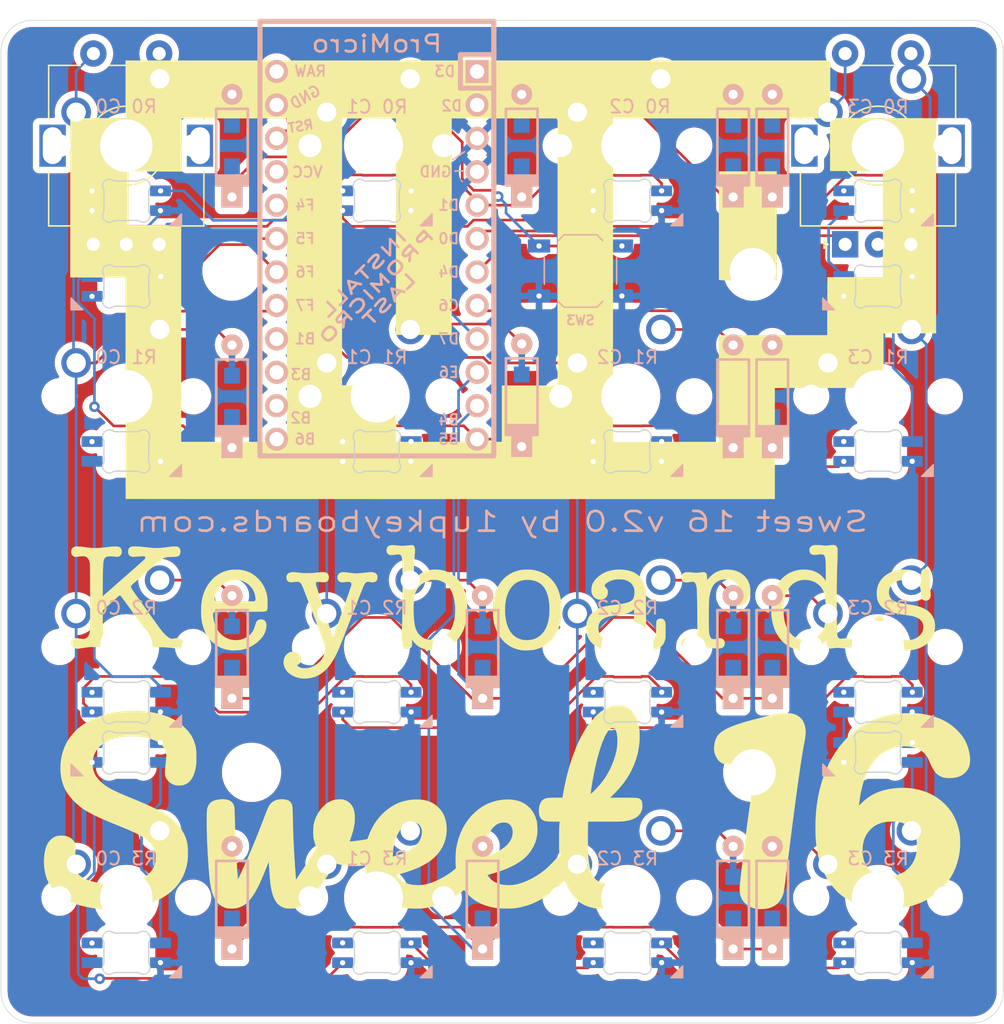
<source format=kicad_pcb>
(kicad_pcb (version 20221018) (generator pcbnew)
  (layers (0 "F.Cu" signal) (1 "In1.Cu" power "GND") (2 "In2.Cu" power "VCC") (31 "B.Cu" signal) (34 "B.Paste" user) (35 "F.Paste" user) (36 "B.SilkS" user "B.Silkscreen") (37 "F.SilkS" user "F.Silkscreen") (38 "B.Mask" user) (39 "F.Mask" user) (44 "Edge.Cuts" user))
  (net 0 "")
  (net 1 "Net-(D5-Pad2)")
  (net 2 "Net-(D6-Pad2)")
  (net 3 "Net-(D7-Pad2)")
  (net 4 "Net-(D8-Pad2)")
  (net 5 "Net-(D13-Pad2)")
  (net 6 "Net-(D14-Pad2)")
  (net 7 "Net-(D15-Pad2)")
  (net 8 "Net-(D16-Pad2)")
  (net 9 "Net-(D21-Pad2)")
  (net 10 "Net-(D22-Pad2)")
  (net 11 "Net-(D23-Pad2)")
  (net 12 "Net-(D24-Pad2)")
  (net 13 "Net-(D25-Pad2)")
  (net 14 "Net-(D26-Pad2)")
  (net 15 "Net-(D27-Pad2)")
  (net 16 "Net-(D28-Pad2)")
  (net 19 "Net-(SW3-Pad2)")
  (net 20 "unconnected-(U1-Pad20)")
  (net 22 "GND")
  (net 23 "VCC")
  (net 24 "C0")
  (net 25 "C1")
  (net 26 "R0")
  (net 27 "C2")
  (net 28 "R1")
  (net 29 "R2")
  (net 30 "R3")
  (net 31 "C3")
  (net 32 "SW2A")
  (net 33 "SW2B")
  (net 34 "SW1B")
  (net 35 "SW1A")
  (net 36 "Net-(D1-Pad2)")
  (net 37 "Net-(D12-Pad2)")
  (net 38 "Net-(D2-Pad2)")
  (net 39 "Net-(D3-Pad2)")
  (net 40 "Net-(D17-Pad4)")
  (net 41 "Net-(D18-Pad2)")
  (net 42 "Net-(D10-Pad4)")
  (net 44 "Net-(D11-Pad2)")
  (net 45 "Net-(D12-Pad4)")
  (net 46 "Net-(D17-Pad2)")
  (net 47 "Net-(D18-Pad4)")
  (net 48 "Net-(D19-Pad2)")
  (net 49 "Net-(D20-Pad4)")
  (net 50 "Net-(D29-Pad2)")
  (net 51 "Net-(D30-Pad4)")
  (net 52 "Net-(D31-Pad2)")
  (net 53 "Net-(D32-Pad2)")
  (net 54 "Net-(D34-Pad2)")
  (net 55 "Net-(D35-Pad2)")
  (net 56 "LEDs")
  (footprint "MountingHole:MountingHole_3.5mm" (layer "F.Cu") (at 76.199664 36.909806)
    (fp_text reference "REF**")
    (fp_text value "MountingHole_3.5mm")
  )
  (footprint "MountingHole:MountingHole_3.5mm" (layer "F.Cu") (at 76.199664 75.009518)
    (fp_text reference "REF**" hide)
    (fp_text value "MountingHole_3.5mm")
  )
  (footprint "MountingHole:MountingHole_3.5mm" (layer "F.Cu") (at 38.099952 75.009518)
    (fp_text reference "REF**" hide)
    (fp_text value "MountingHole_3.5mm")
  )
  (footprint "MX_Only:MXOnly-1U-NoLED" (layer "F.Cu") (at 47.62488 27.384878)
    (fp_text reference "K2")
    (fp_text value "KEYSW")
  )
  (footprint "MX_Only:MXOnly-1U-NoLED" (layer "F.Cu") (at 66.674736 27.384878)
    (fp_text reference "K3")
    (fp_text value "KEYSW")
  )
  (footprint "MX_Only:MXOnly-1U-NoLED" (layer "F.Cu") (at 85.724592 27.384878)
    (fp_text reference "K4")
    (fp_text value "KEYSW")
  )
  (footprint "MX_Only:MXOnly-1U-NoLED" (layer "F.Cu") (at 28.575024 46.434734)
    (fp_text reference "K5")
    (fp_text value "KEYSW")
  )
  (footprint "MX_Only:MXOnly-1U-NoLED" (layer "F.Cu") (at 47.62488 46.434734)
    (fp_text reference "K6")
    (fp_text value "KEYSW")
  )
  (footprint "MX_Only:MXOnly-1U-NoLED" (layer "F.Cu") (at 66.674736 46.434734)
    (fp_text reference "K7")
    (fp_text value "KEYSW")
  )
  (footprint "MX_Only:MXOnly-1U-NoLED" (layer "F.Cu") (at 47.62488 65.48459)
    (fp_text reference "K10")
    (fp_text value "KEYSW")
  )
  (footprint "MX_Only:MXOnly-1U-NoLED" (layer "F.Cu") (at 66.674736 65.48459)
    (fp_text reference "K11")
    (fp_text value "KEYSW")
  )
  (footprint "MX_Only:MXOnly-1U-NoLED" (layer "F.Cu") (at 85.724592 65.48459)
    (fp_text reference "K12")
    (fp_text value "KEYSW")
  )
  (footprint "MX_Only:MXOnly-1U-NoLED" (layer "F.Cu") (at 47.62488 84.534446)
    (fp_text reference "K14")
    (fp_text value "KEYSW")
  )
  (footprint "Keebio-Parts 02:RotaryEncoder_EC11" (layer "F.Cu") (at 85.724592 27.384878 90)
    (fp_text reference "SW1")
    (fp_text value "Rotary_Encoder_Switch")
  )
  (footprint "Keebio-Parts 02:RotaryEncoder_EC11" (layer "F.Cu") (at 28.575024 27.384878 90)
    (fp_text reference "SW2")
    (fp_text value "Rotary_Encoder_Switch")
  )
  (footprint "MX_Only:MXOnly-1U-NoLED" (layer "F.Cu") (at 85.724592 46.434734)
    (fp_text reference "K8")
    (fp_text value "KEYSW")
  )
  (footprint "MX_Only:MXOnly-1U-NoLED" (layer "F.Cu") (at 28.575024 65.48459)
    (fp_text reference "K9")
    (fp_text value "KEYSW")
  )
  (footprint "MX_Only:MXOnly-1U-NoLED" (layer "F.Cu") (at 66.674736 84.534446)
    (fp_text reference "K15")
    (fp_text value "KEYSW")
  )
  (footprint "MX_Only:MXOnly-1U-NoLED" (layer "F.Cu") (at 28.575024 84.534446)
    (fp_text reference "K13")
    (fp_text value "KEYSW")
  )
  (footprint "kicad-keyboard-parts:MX_SK6812MINI-E_flipped" (layer "F.Cu") (at 28.575024 43.16054 180)
    (fp_text reference "D2" hide)
    (fp_text value "SK6812MINI-E")
    (fp_line (start -1.699999 5.782841) (end -1.699999 4.377157) (stroke (width 0.1)) (layer "Edge.Cuts"))
    (fp_line (start -0.794452 3.58) (end 0.794453 3.58) (stroke (width 0.1)) (layer "Edge.Cuts"))
    (fp_line (start 0.794452 6.579999) (end -0.794452 6.579999) (stroke (width 0.1)) (layer "Edge.Cuts"))
    (fp_line (start 1.699999 4.377157) (end 1.699999 5.782841) (stroke (width 0.1)) (layer "Edge.Cuts"))
    (fp_arc (start -1.749484 4.160279) (mid -1.712527 4.265931) (end -1.699999 4.377157) (stroke (width 0.1)) (layer "Edge.Cuts"))
    (fp_arc (start -1.749484 4.160279) (mid -1.638071 3.575964) (end -1.046711 3.5117) (stroke (width 0.1)) (layer "Edge.Cuts"))
    (fp_arc (start -1.699999 5.782842) (mid -1.712527 5.894067) (end -1.749484 5.999719) (stroke (width 0.1)) (layer "Edge.Cuts"))
    (fp_arc (start -1.046711 6.648296) (mid -1.63807 6.584033) (end -1.749484 5.999719) (stroke (width 0.1)) (layer "Edge.Cuts"))
    (fp_arc (start -1.04671 6.648298) (mid -0.925122 6.597376) (end -0.794452 6.579999) (stroke (width 0.1)) (layer "Edge.Cuts"))
    (fp_arc (start -0.794453 3.579999) (mid -0.925123 3.562622) (end -1.046711 3.5117) (stroke (width 0.1)) (layer "Edge.Cuts"))
    (fp_arc (start 0.794452 6.579999) (mid 0.925123 6.597376) (end 1.046711 6.648298) (stroke (width 0.1)) (layer "Edge.Cuts"))
    (fp_arc (start 1.046711 3.511701) (mid 0.925123 3.562623) (end 0.794453 3.58) (stroke (width 0.1)) (layer "Edge.Cuts"))
    (fp_arc (start 1.046711 3.511701) (mid 1.638071 3.575964) (end 1.749484 4.160279) (stroke (width 0.1)) (layer "Edge.Cuts"))
    (fp_arc (start 1.699999 4.377156) (mid 1.712527 4.26593) (end 1.749484 4.160279) (stroke (width 0.1)) (layer "Edge.Cuts"))
    (fp_arc (start 1.749484 5.999718) (mid 1.638072 6.584034) (end 1.046711 6.648298) (stroke (width 0.1)) (layer "Edge.Cuts"))
    (fp_arc (start 1.749484 5.999719) (mid 1.712518 5.894069) (end 1.699999 5.782841) (stroke (width 0.1)) (layer "Edge.Cuts"))
  )
  (footprint "kicad-keyboard-parts:MX_SK6812MINI-E_upward_facing" (layer "F.Cu") (at 28.575024 45.541772)
    (fp_text reference "D3" hide)
    (fp_text value "SK6812MINI-E")
    (fp_line (start -1.699999 5.782841) (end -1.699999 4.377157) (stroke (width 0.1)) (layer "Edge.Cuts"))
    (fp_line (start -0.794452 3.58) (end 0.794453 3.58) (stroke (width 0.1)) (layer "Edge.Cuts"))
    (fp_line (start 0.794452 6.579999) (end -0.794452 6.579999) (stroke (width 0.1)) (layer "Edge.Cuts"))
    (fp_line (start 1.699999 4.377157) (end 1.699999 5.782841) (stroke (width 0.1)) (layer "Edge.Cuts"))
    (fp_arc (start -1.749484 4.160279) (mid -1.712527 4.265931) (end -1.699999 4.377157) (stroke (width 0.1)) (layer "Edge.Cuts"))
    (fp_arc (start -1.749484 4.160279) (mid -1.638071 3.575964) (end -1.046711 3.5117) (stroke (width 0.1)) (layer "Edge.Cuts"))
    (fp_arc (start -1.699999 5.782842) (mid -1.712527 5.894067) (end -1.749484 5.999719) (stroke (width 0.1)) (layer "Edge.Cuts"))
    (fp_arc (start -1.046711 6.648296) (mid -1.63807 6.584033) (end -1.749484 5.999719) (stroke (width 0.1)) (layer "Edge.Cuts"))
    (fp_arc (start -1.04671 6.648298) (mid -0.925122 6.597376) (end -0.794452 6.579999) (stroke (width 0.1)) (layer "Edge.Cuts"))
    (fp_arc (start -0.794453 3.579999) (mid -0.925123 3.562622) (end -1.046711 3.5117) (stroke (width 0.1)) (layer "Edge.Cuts"))
    (fp_arc (start 0.794452 6.579999) (mid 0.925123 6.597376) (end 1.046711 6.648298) (stroke (width 0.1)) (layer "Edge.Cuts"))
    (fp_arc (start 1.046711 3.511701) (mid 0.925123 3.562623) (end 0.794453 3.58) (stroke (width 0.1)) (layer "Edge.Cuts"))
    (fp_arc (start 1.046711 3.511701) (mid 1.638071 3.575964) (end 1.749484 4.160279) (stroke (width 0.1)) (layer "Edge.Cuts"))
    (fp_arc (start 1.699999 4.377156) (mid 1.712527 4.26593) (end 1.749484 4.160279) (stroke (width 0.1)) (layer "Edge.Cuts"))
    (fp_arc (start 1.749484 5.999718) (mid 1.638072 6.584034) (end 1.046711 6.648298) (stroke (width 0.1)) (layer "Edge.Cuts"))
    (fp_arc (start 1.749484 5.999719) (mid 1.712518 5.894069) (end 1.699999 5.782841) (stroke (width 0.1)) (layer "Edge.Cuts"))
  )
  (footprint "kicad-keyboard-parts:MX_SK6812MINI-E_upward_facing" (layer "F.Cu") (at 28.575024 64.591628)
    (fp_text reference "D4" hide)
    (fp_text value "SK6812MINI-E")
    (fp_line (start -1.699999 5.782841) (end -1.699999 4.377157) (stroke (width 0.1)) (layer "Edge.Cuts"))
    (fp_line (start -0.794452 3.58) (end 0.794453 3.58) (stroke (width 0.1)) (layer "Edge.Cuts"))
    (fp_line (start 0.794452 6.579999) (end -0.794452 6.579999) (stroke (width 0.1)) (layer "Edge.Cuts"))
    (fp_line (start 1.699999 4.377157) (end 1.699999 5.782841) (stroke (width 0.1)) (layer "Edge.Cuts"))
    (fp_arc (start -1.749484 4.160279) (mid -1.712527 4.265931) (end -1.699999 4.377157) (stroke (width 0.1)) (layer "Edge.Cuts"))
    (fp_arc (start -1.749484 4.160279) (mid -1.638071 3.575964) (end -1.046711 3.5117) (stroke (width 0.1)) (layer "Edge.Cuts"))
    (fp_arc (start -1.699999 5.782842) (mid -1.712527 5.894067) (end -1.749484 5.999719) (stroke (width 0.1)) (layer "Edge.Cuts"))
    (fp_arc (start -1.046711 6.648296) (mid -1.63807 6.584033) (end -1.749484 5.999719) (stroke (width 0.1)) (layer "Edge.Cuts"))
    (fp_arc (start -1.04671 6.648298) (mid -0.925122 6.597376) (end -0.794452 6.579999) (stroke (width 0.1)) (layer "Edge.Cuts"))
    (fp_arc (start -0.794453 3.579999) (mid -0.925123 3.562622) (end -1.046711 3.5117) (stroke (width 0.1)) (layer "Edge.Cuts"))
    (fp_arc (start 0.794452 6.579999) (mid 0.925123 6.597376) (end 1.046711 6.648298) (stroke (width 0.1)) (layer "Edge.Cuts"))
    (fp_arc (start 1.046711 3.511701) (mid 0.925123 3.562623) (end 0.794453 3.58) (stroke (width 0.1)) (layer "Edge.Cuts"))
    (fp_arc (start 1.046711 3.511701) (mid 1.638071 3.575964) (end 1.749484 4.160279) (stroke (width 0.1)) (layer "Edge.Cuts"))
    (fp_arc (start 1.699999 4.377156) (mid 1.712527 4.26593) (end 1.749484 4.160279) (stroke (width 0.1)) (layer "Edge.Cuts"))
    (fp_arc (start 1.749484 5.999718) (mid 1.638072 6.584034) (end 1.046711 6.648298) (stroke (width 0.1)) (layer "Edge.Cuts"))
    (fp_arc (start 1.749484 5.999719) (mid 1.712518 5.894069) (end 1.699999 5.782841) (stroke (width 0.1)) (layer "Edge.Cuts"))
  )
  (footprint "kicad-keyboard-parts:MX_SK6812MINI-E_flipped" (layer "F.Cu") (at 28.575024 78.581366 180)
    (fp_text reference "D9" hide)
    (fp_text value "SK6812MINI-E")
    (fp_line (start -1.699999 5.782841) (end -1.699999 4.377157) (stroke (width 0.1)) (layer "Edge.Cuts"))
    (fp_line (start -0.794452 3.58) (end 0.794453 3.58) (stroke (width 0.1)) (layer "Edge.Cuts"))
    (fp_line (start 0.794452 6.579999) (end -0.794452 6.579999) (stroke (width 0.1)) (layer "Edge.Cuts"))
    (fp_line (start 1.699999 4.377157) (end 1.699999 5.782841) (stroke (width 0.1)) (layer "Edge.Cuts"))
    (fp_arc (start -1.749484 4.160279) (mid -1.712527 4.265931) (end -1.699999 4.377157) (stroke (width 0.1)) (layer "Edge.Cuts"))
    (fp_arc (start -1.749484 4.160279) (mid -1.638071 3.575964) (end -1.046711 3.5117) (stroke (width 0.1)) (layer "Edge.Cuts"))
    (fp_arc (start -1.699999 5.782842) (mid -1.712527 5.894067) (end -1.749484 5.999719) (stroke (width 0.1)) (layer "Edge.Cuts"))
    (fp_arc (start -1.046711 6.648296) (mid -1.63807 6.584033) (end -1.749484 5.999719) (stroke (width 0.1)) (layer "Edge.Cuts"))
    (fp_arc (start -1.04671 6.648298) (mid -0.925122 6.597376) (end -0.794452 6.579999) (stroke (width 0.1)) (layer "Edge.Cuts"))
    (fp_arc (start -0.794453 3.579999) (mid -0.925123 3.562622) (end -1.046711 3.5117) (stroke (width 0.1)) (layer "Edge.Cuts"))
    (fp_arc (start 0.794452 6.579999) (mid 0.925123 6.597376) (end 1.046711 6.648298) (stroke (width 0.1)) (layer "Edge.Cuts"))
    (fp_arc (start 1.046711 3.511701) (mid 0.925123 3.562623) (end 0.794453 3.58) (stroke (width 0.1)) (layer "Edge.Cuts"))
    (fp_arc (start 1.046711 3.511701) (mid 1.638071 3.575964) (end 1.749484 4.160279) (stroke (width 0.1)) (layer "Edge.Cuts"))
    (fp_arc (start 1.699999 4.377156) (mid 1.712527 4.26593) (end 1.749484 4.160279) (stroke (width 0.1)) (layer "Edge.Cuts"))
    (fp_arc (start 1.749484 5.999718) (mid 1.638072 6.584034) (end 1.046711 6.648298) (stroke (width 0.1)) (layer "Edge.Cuts"))
    (fp_arc (start 1.749484 5.999719) (mid 1.712518 5.894069) (end 1.699999 5.782841) (stroke (width 0.1)) (layer "Edge.Cuts"))
  )
  (footprint "kicad-keyboard-parts:MX_SK6812MINI-E_upward_facing" (layer "F.Cu") (at 47.62488 26.491916)
    (fp_text reference "D11" hide)
    (fp_text value "SK6812MINI-E")
    (fp_line (start -1.699999 5.782841) (end -1.699999 4.377157) (stroke (width 0.1)) (layer "Edge.Cuts"))
    (fp_line (start -0.794452 3.58) (end 0.794453 3.58) (stroke (width 0.1)) (layer "Edge.Cuts"))
    (fp_line (start 0.794452 6.579999) (end -0.794452 6.579999) (stroke (width 0.1)) (layer "Edge.Cuts"))
    (fp_line (start 1.699999 4.377157) (end 1.699999 5.782841) (stroke (width 0.1)) (layer "Edge.Cuts"))
    (fp_arc (start -1.749484 4.160279) (mid -1.712527 4.265931) (end -1.699999 4.377157) (stroke (width 0.1)) (layer "Edge.Cuts"))
    (fp_arc (start -1.749484 4.160279) (mid -1.638071 3.575964) (end -1.046711 3.5117) (stroke (width 0.1)) (layer "Edge.Cuts"))
    (fp_arc (start -1.699999 5.782842) (mid -1.712527 5.894067) (end -1.749484 5.999719) (stroke (width 0.1)) (layer "Edge.Cuts"))
    (fp_arc (start -1.046711 6.648296) (mid -1.63807 6.584033) (end -1.749484 5.999719) (stroke (width 0.1)) (layer "Edge.Cuts"))
    (fp_arc (start -1.04671 6.648298) (mid -0.925122 6.597376) (end -0.794452 6.579999) (stroke (width 0.1)) (layer "Edge.Cuts"))
    (fp_arc (start -0.794453 3.579999) (mid -0.925123 3.562622) (end -1.046711 3.5117) (stroke (width 0.1)) (layer "Edge.Cuts"))
    (fp_arc (start 0.794452 6.579999) (mid 0.925123 6.597376) (end 1.046711 6.648298) (stroke (width 0.1)) (layer "Edge.Cuts"))
    (fp_arc (start 1.046711 3.511701) (mid 0.925123 3.562623) (end 0.794453 3.58) (stroke (width 0.1)) (layer "Edge.Cuts"))
    (fp_arc (start 1.046711 3.511701) (mid 1.638071 3.575964) (end 1.749484 4.160279) (stroke (width 0.1)) (layer "Edge.Cuts"))
    (fp_arc (start 1.699999 4.377156) (mid 1.712527 4.26593) (end 1.749484 4.160279) (stroke (width 0.1)) (layer "Edge.Cuts"))
    (fp_arc (start 1.749484 5.999718) (mid 1.638072 6.584034) (end 1.046711 6.648298) (stroke (width 0.1)) (layer "Edge.Cuts"))
    (fp_arc (start 1.749484 5.999719) (mid 1.712518 5.894069) (end 1.699999 5.782841) (stroke (width 0.1)) (layer "Edge.Cuts"))
  )
  (footprint "kicad-keyboard-parts:MX_SK6812MINI-E_upward_facing" (layer "F.Cu") (at 47.62488 45.541772)
    (fp_text reference "D12" hide)
    (fp_text value "SK6812MINI-E")
    (fp_line (start -1.699999 5.782841) (end -1.699999 4.377157) (stroke (width 0.1)) (layer "Edge.Cuts"))
    (fp_line (start -0.794452 3.58) (end 0.794453 3.58) (stroke (width 0.1)) (layer "Edge.Cuts"))
    (fp_line (start 0.794452 6.579999) (end -0.794452 6.579999) (stroke (width 0.1)) (layer "Edge.Cuts"))
    (fp_line (start 1.699999 4.377157) (end 1.699999 5.782841) (stroke (width 0.1)) (layer "Edge.Cuts"))
    (fp_arc (start -1.749484 4.160279) (mid -1.712527 4.265931) (end -1.699999 4.377157) (stroke (width 0.1)) (layer "Edge.Cuts"))
    (fp_arc (start -1.749484 4.160279) (mid -1.638071 3.575964) (end -1.046711 3.5117) (stroke (width 0.1)) (layer "Edge.Cuts"))
    (fp_arc (start -1.699999 5.782842) (mid -1.712527 5.894067) (end -1.749484 5.999719) (stroke (width 0.1)) (layer "Edge.Cuts"))
    (fp_arc (start -1.046711 6.648296) (mid -1.63807 6.584033) (end -1.749484 5.999719) (stroke (width 0.1)) (layer "Edge.Cuts"))
    (fp_arc (start -1.04671 6.648298) (mid -0.925122 6.597376) (end -0.794452 6.579999) (stroke (width 0.1)) (layer "Edge.Cuts"))
    (fp_arc (start -0.794453 3.579999) (mid -0.925123 3.562622) (end -1.046711 3.5117) (stroke (width 0.1)) (layer "Edge.Cuts"))
    (fp_arc (start 0.794452 6.579999) (mid 0.925123 6.597376) (end 1.046711 6.648298) (stroke (width 0.1)) (layer "Edge.Cuts"))
    (fp_arc (start 1.046711 3.511701) (mid 0.925123 3.562623) (end 0.794453 3.58) (stroke (width 0.1)) (layer "Edge.Cuts"))
    (fp_arc (start 1.046711 3.511701) (mid 1.638071 3.575964) (end 1.749484 4.160279) (stroke (width 0.1)) (layer "Edge.Cuts"))
    (fp_arc (start 1.699999 4.377156) (mid 1.712527 4.26593) (end 1.749484 4.160279) (stroke (width 0.1)) (layer "Edge.Cuts"))
    (fp_arc (start 1.749484 5.999718) (mid 1.638072 6.584034) (end 1.046711 6.648298) (stroke (width 0.1)) (layer "Edge.Cuts"))
    (fp_arc (start 1.749484 5.999719) (mid 1.712518 5.894069) (end 1.699999 5.782841) (stroke (width 0.1)) (layer "Edge.Cuts"))
  )
  (footprint "kicad-keyboard-parts:MX_SK6812MINI-E_upward_facing" (layer "F.Cu") (at 47.62488 64.591628)
    (fp_text reference "D17" hide)
    (fp_text value "SK6812MINI-E")
    (fp_line (start -1.699999 5.782841) (end -1.699999 4.377157) (stroke (width 0.1)) (layer "Edge.Cuts"))
    (fp_line (start -0.794452 3.58) (end 0.794453 3.58) (stroke (width 0.1)) (layer "Edge.Cuts"))
    (fp_line (start 0.794452 6.579999) (end -0.794452 6.579999) (stroke (width 0.1)) (layer "Edge.Cuts"))
    (fp_line (start 1.699999 4.377157) (end 1.699999 5.782841) (stroke (width 0.1)) (layer "Edge.Cuts"))
    (fp_arc (start -1.749484 4.160279) (mid -1.712527 4.265931) (end -1.699999 4.377157) (stroke (width 0.1)) (layer "Edge.Cuts"))
    (fp_arc (start -1.749484 4.160279) (mid -1.638071 3.575964) (end -1.046711 3.5117) (stroke (width 0.1)) (layer "Edge.Cuts"))
    (fp_arc (start -1.699999 5.782842) (mid -1.712527 5.894067) (end -1.749484 5.999719) (stroke (width 0.1)) (layer "Edge.Cuts"))
    (fp_arc (start -1.046711 6.648296) (mid -1.63807 6.584033) (end -1.749484 5.999719) (stroke (width 0.1)) (layer "Edge.Cuts"))
    (fp_arc (start -1.04671 6.648298) (mid -0.925122 6.597376) (end -0.794452 6.579999) (stroke (width 0.1)) (layer "Edge.Cuts"))
    (fp_arc (start -0.794453 3.579999) (mid -0.925123 3.562622) (end -1.046711 3.5117) (stroke (width 0.1)) (layer "Edge.Cuts"))
    (fp_arc (start 0.794452 6.579999) (mid 0.925123 6.597376) (end 1.046711 6.648298) (stroke (width 0.1)) (layer "Edge.Cuts"))
    (fp_arc (start 1.046711 3.511701) (mid 0.925123 3.562623) (end 0.794453 3.58) (stroke (width 0.1)) (layer "Edge.Cuts"))
    (fp_arc (start 1.046711 3.511701) (mid 1.638071 3.575964) (end 1.749484 4.160279) (stroke (width 0.1)) (layer "Edge.Cuts"))
    (fp_arc (start 1.699999 4.377156) (mid 1.712527 4.26593) (end 1.749484 4.160279) (stroke (width 0.1)) (layer "Edge.Cuts"))
    (fp_arc (start 1.749484 5.999718) (mid 1.638072 6.584034) (end 1.046711 6.648298) (stroke (width 0.1)) (layer "Edge.Cuts"))
    (fp_arc (start 1.749484 5.999719) (mid 1.712518 5.894069) (end 1.699999 5.782841) (stroke (width 0.1)) (layer "Edge.Cuts"))
  )
  (footprint "kicad-keyboard-parts:MX_SK6812MINI-E_upward_facing" (layer "F.Cu") (at 47.62488 83.641484)
    (fp_text reference "D18" hide)
    (fp_text value "SK6812MINI-E")
    (fp_line (start -1.699999 5.782841) (end -1.699999 4.377157) (stroke (width 0.1)) (layer "Edge.Cuts"))
    (fp_line (start -0.794452 3.58) (end 0.794453 3.58) (stroke (width 0.1)) (layer "Edge.Cuts"))
    (fp_line (start 0.794452 6.579999) (end -0.794452 6.579999) (stroke (width 0.1)) (layer "Edge.Cuts"))
    (fp_line (start 1.699999 4.377157) (end 1.699999 5.782841) (stroke (width 0.1)) (layer "Edge.Cuts"))
    (fp_arc (start -1.749484 4.160279) (mid -1.712527 4.265931) (end -1.699999 4.377157) (stroke (width 0.1)) (layer "Edge.Cuts"))
    (fp_arc (start -1.749484 4.160279) (mid -1.638071 3.575964) (end -1.046711 3.5117) (stroke (width 0.1)) (layer "Edge.Cuts"))
    (fp_arc (start -1.699999 5.782842) (mid -1.712527 5.894067) (end -1.749484 5.999719) (stroke (width 0.1)) (layer "Edge.Cuts"))
    (fp_arc (start -1.046711 6.648296) (mid -1.63807 6.584033) (end -1.749484 5.999719) (stroke (width 0.1)) (layer "Edge.Cuts"))
    (fp_arc (start -1.04671 6.648298) (mid -0.925122 6.597376) (end -0.794452 6.579999) (stroke (width 0.1)) (layer "Edge.Cuts"))
    (fp_arc (start -0.794453 3.579999) (mid -0.925123 3.562622) (end -1.046711 3.5117) (stroke (width 0.1)) (layer "Edge.Cuts"))
    (fp_arc (start 0.794452 6.579999) (mid 0.925123 6.597376) (end 1.046711 6.648298) (stroke (width 0.1)) (layer "Edge.Cuts"))
    (fp_arc (start 1.046711 3.511701) (mid 0.925123 3.562623) (end 0.794453 3.58) (stroke (width 0.1)) (layer "Edge.Cuts"))
    (fp_arc (start 1.046711 3.511701) (mid 1.638071 3.575964) (end 1.749484 4.160279) (stroke (width 0.1)) (layer "Edge.Cuts"))
    (fp_arc (start 1.699999 4.377156) (mid 1.712527 4.26593) (end 1.749484 4.160279) (stroke (width 0.1)) (layer "Edge.Cuts"))
    (fp_arc (start 1.749484 5.999718) (mid 1.638072 6.584034) (end 1.046711 6.648298) (stroke (width 0.1)) (layer "Edge.Cuts"))
    (fp_arc (start 1.749484 5.999719) (mid 1.712518 5.894069) (end 1.699999 5.782841) (stroke (width 0.1)) (layer "Edge.Cuts"))
  )
  (footprint "kicad-keyboard-parts:MX_SK6812MINI-E_upward_facing" (layer "F.Cu") (at 66.674736 26.491916)
    (fp_text reference "D19" hide)
    (fp_text value "SK6812MINI-E")
    (fp_line (start -1.699999 5.782841) (end -1.699999 4.377157) (stroke (width 0.1)) (layer "Edge.Cuts"))
    (fp_line (start -0.794452 3.58) (end 0.794453 3.58) (stroke (width 0.1)) (layer "Edge.Cuts"))
    (fp_line (start 0.794452 6.579999) (end -0.794452 6.579999) (stroke (width 0.1)) (layer "Edge.Cuts"))
    (fp_line (start 1.699999 4.377157) (end 1.699999 5.782841) (stroke (width 0.1)) (layer "Edge.Cuts"))
    (fp_arc (start -1.749484 4.160279) (mid -1.712527 4.265931) (end -1.699999 4.377157) (stroke (width 0.1)) (layer "Edge.Cuts"))
    (fp_arc (start -1.749484 4.160279) (mid -1.638071 3.575964) (end -1.046711 3.5117) (stroke (width 0.1)) (layer "Edge.Cuts"))
    (fp_arc (start -1.699999 5.782842) (mid -1.712527 5.894067) (end -1.749484 5.999719) (stroke (width 0.1)) (layer "Edge.Cuts"))
    (fp_arc (start -1.046711 6.648296) (mid -1.63807 6.584033) (end -1.749484 5.999719) (stroke (width 0.1)) (layer "Edge.Cuts"))
    (fp_arc (start -1.04671 6.648298) (mid -0.925122 6.597376) (end -0.794452 6.579999) (stroke (width 0.1)) (layer "Edge.Cuts"))
    (fp_arc (start -0.794453 3.579999) (mid -0.925123 3.562622) (end -1.046711 3.5117) (stroke (width 0.1)) (layer "Edge.Cuts"))
    (fp_arc (start 0.794452 6.579999) (mid 0.925123 6.597376) (end 1.046711 6.648298) (stroke (width 0.1)) (layer "Edge.Cuts"))
    (fp_arc (start 1.046711 3.511701) (mid 0.925123 3.562623) (end 0.794453 3.58) (stroke (width 0.1)) (layer "Edge.Cuts"))
    (fp_arc (start 1.046711 3.511701) (mid 1.638071 3.575964) (end 1.749484 4.160279) (stroke (width 0.1)) (layer "Edge.Cuts"))
    (fp_arc (start 1.699999 4.377156) (mid 1.712527 4.26593) (end 1.749484 4.160279) (stroke (width 0.1)) (layer "Edge.Cuts"))
    (fp_arc (start 1.749484 5.999718) (mid 1.638072 6.584034) (end 1.046711 6.648298) (stroke (width 0.1)) (layer "Edge.Cuts"))
    (fp_arc (start 1.749484 5.999719) (mid 1.712518 5.894069) (end 1.699999 5.782841) (stroke (width 0.1)) (layer "Edge.Cuts"))
  )
  (footprint "kicad-keyboard-parts:MX_SK6812MINI-E_upward_facing" (layer "F.Cu") (at 66.674736 45.541772)
    (fp_text reference "D20" hide)
    (fp_text value "SK6812MINI-E")
    (fp_line (start -1.699999 5.782841) (end -1.699999 4.377157) (stroke (width 0.1)) (layer "Edge.Cuts"))
    (fp_line (start -0.794452 3.58) (end 0.794453 3.58) (stroke (width 0.1)) (layer "Edge.Cuts"))
    (fp_line (start 0.794452 6.579999) (end -0.794452 6.579999) (stroke (width 0.1)) (layer "Edge.Cuts"))
    (fp_line (start 1.699999 4.377157) (end 1.699999 5.782841) (stroke (width 0.1)) (layer "Edge.Cuts"))
    (fp_arc (start -1.749484 4.160279) (mid -1.712527 4.265931) (end -1.699999 4.377157) (stroke (width 0.1)) (layer "Edge.Cuts"))
    (fp_arc (start -1.749484 4.160279) (mid -1.638071 3.575964) (end -1.046711 3.5117) (stroke (width 0.1)) (layer "Edge.Cuts"))
    (fp_arc (start -1.699999 5.782842) (mid -1.712527 5.894067) (end -1.749484 5.999719) (stroke (width 0.1)) (layer "Edge.Cuts"))
    (fp_arc (start -1.046711 6.648296) (mid -1.63807 6.584033) (end -1.749484 5.999719) (stroke (width 0.1)) (layer "Edge.Cuts"))
    (fp_arc (start -1.04671 6.648298) (mid -0.925122 6.597376) (end -0.794452 6.579999) (stroke (width 0.1)) (layer "Edge.Cuts"))
    (fp_arc (start -0.794453 3.579999) (mid -0.925123 3.562622) (end -1.046711 3.5117) (stroke (width 0.1)) (layer "Edge.Cuts"))
    (fp_arc (start 0.794452 6.579999) (mid 0.925123 6.597376) (end 1.046711 6.648298) (stroke (width 0.1)) (layer "Edge.Cuts"))
    (fp_arc (start 1.046711 3.511701) (mid 0.925123 3.562623) (end 0.794453 3.58) (stroke (width 0.1)) (layer "Edge.Cuts"))
    (fp_arc (start 1.046711 3.511701) (mid 1.638071 3.575964) (end 1.749484 4.160279) (stroke (width 0.1)) (layer "Edge.Cuts"))
    (fp_arc (start 1.699999 4.377156) (mid 1.712527 4.26593) (end 1.749484 4.160279) (stroke (width 0.1)) (layer "Edge.Cuts"))
    (fp_arc (start 1.749484 5.999718) (mid 1.638072 6.584034) (end 1.046711 6.648298) (stroke (width 0.1)) (layer "Edge.Cuts"))
    (fp_arc (start 1.749484 5.999719) (mid 1.712518 5.894069) (end 1.699999 5.782841) (stroke (width 0.1)) (layer "Edge.Cuts"))
  )
  (footprint "kicad-keyboard-parts:MX_SK6812MINI-E_upward_facing" (layer "F.Cu") (at 66.674736 64.591628)
    (fp_text reference "D29" hide)
    (fp_text value "SK6812MINI-E")
    (fp_line (start -1.699999 5.782841) (end -1.699999 4.377157) (stroke (width 0.1)) (layer "Edge.Cuts"))
    (fp_line (start -0.794452 3.58) (end 0.794453 3.58) (stroke (width 0.1)) (layer "Edge.Cuts"))
    (fp_line (start 0.794452 6.579999) (end -0.794452 6.579999) (stroke (width 0.1)) (layer "Edge.Cuts"))
    (fp_line (start 1.699999 4.377157) (end 1.699999 5.782841) (stroke (width 0.1)) (layer "Edge.Cuts"))
    (fp_arc (start -1.749484 4.160279) (mid -1.712527 4.265931) (end -1.699999 4.377157) (stroke (width 0.1)) (layer "Edge.Cuts"))
    (fp_arc (start -1.749484 4.160279) (mid -1.638071 3.575964) (end -1.046711 3.5117) (stroke (width 0.1)) (layer "Edge.Cuts"))
    (fp_arc (start -1.699999 5.782842) (mid -1.712527 5.894067) (end -1.749484 5.999719) (stroke (width 0.1)) (layer "Edge.Cuts"))
    (fp_arc (start -1.046711 6.648296) (mid -1.63807 6.584033) (end -1.749484 5.999719) (stroke (width 0.1)) (layer "Edge.Cuts"))
    (fp_arc (start -1.04671 6.648298) (mid -0.925122 6.597376) (end -0.794452 6.579999) (stroke (width 0.1)) (layer "Edge.Cuts"))
    (fp_arc (start -0.794453 3.579999) (mid -0.925123 3.562622) (end -1.046711 3.5117) (stroke (width 0.1)) (layer "Edge.Cuts"))
    (fp_arc (start 0.794452 6.579999) (mid 0.925123 6.597376) (end 1.046711 6.648298) (stroke (width 0.1)) (layer "Edge.Cuts"))
    (fp_arc (start 1.046711 3.511701) (mid 0.925123 3.562623) (end 0.794453 3.58) (stroke (width 0.1)) (layer "Edge.Cuts"))
    (fp_arc (start 1.046711 3.511701) (mid 1.638071 3.575964) (end 1.749484 4.160279) (stroke (width 0.1)) (layer "Edge.Cuts"))
    (fp_arc (start 1.699999 4.377156) (mid 1.712527 4.26593) (end 1.749484 4.160279) (stroke (width 0.1)) (layer "Edge.Cuts"))
    (fp_arc (start 1.749484 5.999718) (mid 1.638072 6.584034) (end 1.046711 6.648298) (stroke (width 0.1)) (layer "Edge.Cuts"))
    (fp_arc (start 1.749484 5.999719) (mid 1.712518 5.894069) (end 1.699999 5.782841) (stroke (width 0.1)) (layer "Edge.Cuts"))
  )
  (footprint "kicad-keyboard-parts:MX_SK6812MINI-E_upward_facing" (layer "F.Cu") (at 66.674736 83.641484)
    (fp_text reference "D30" hide)
    (fp_text value "SK6812MINI-E")
    (fp_line (start -1.699999 5.782841) (end -1.699999 4.377157) (stroke (width 0.1)) (layer "Edge.Cuts"))
    (fp_line (start -0.794452 3.58) (end 0.794453 3.58) (stroke (width 0.1)) (layer "Edge.Cuts"))
    (fp_line (start 0.794452 6.579999) (end -0.794452 6.579999) (stroke (width 0.1)) (layer "Edge.Cuts"))
    (fp_line (start 1.699999 4.377157) (end 1.699999 5.782841) (stroke (width 0.1)) (layer "Edge.Cuts"))
    (fp_arc (start -1.749484 4.160279) (mid -1.712527 4.265931) (end -1.699999 4.377157) (stroke (width 0.1)) (layer "Edge.Cuts"))
    (fp_arc (start -1.749484 4.160279) (mid -1.638071 3.575964) (end -1.046711 3.5117) (stroke (width 0.1)) (layer "Edge.Cuts"))
    (fp_arc (start -1.699999 5.782842) (mid -1.712527 5.894067) (end -1.749484 5.999719) (stroke (width 0.1)) (layer "Edge.Cuts"))
    (fp_arc (start -1.046711 6.648296) (mid -1.63807 6.584033) (end -1.749484 5.999719) (stroke (width 0.1)) (layer "Edge.Cuts"))
    (fp_arc (start -1.04671 6.648298) (mid -0.925122 6.597376) (end -0.794452 6.579999) (stroke (width 0.1)) (layer "Edge.Cuts"))
    (fp_arc (start -0.794453 3.579999) (mid -0.925123 3.562622) (end -1.046711 3.5117) (stroke (width 0.1)) (layer "Edge.Cuts"))
    (fp_arc (start 0.794452 6.579999) (mid 0.925123 6.597376) (end 1.046711 6.648298) (stroke (width 0.1)) (layer "Edge.Cuts"))
    (fp_arc (start 1.046711 3.511701) (mid 0.925123 3.562623) (end 0.794453 3.58) (stroke (width 0.1)) (layer "Edge.Cuts"))
    (fp_arc (start 1.046711 3.511701) (mid 1.638071 3.575964) (end 1.749484 4.160279) (stroke (width 0.1)) (layer "Edge.Cuts"))
    (fp_arc (start 1.699999 4.377156) (mid 1.712527 4.26593) (end 1.749484 4.160279) (stroke (width 0.1)) (layer "Edge.Cuts"))
    (fp_arc (start 1.749484 5.999718) (mid 1.638072 6.584034) (end 1.046711 6.648298) (stroke (width 0.1)) (layer "Edge.Cuts"))
    (fp_arc (start 1.749484 5.999719) (mid 1.712518 5.894069) (end 1.699999 5.782841) (stroke (width 0.1)) (layer "Edge.Cuts"))
  )
  (footprint "kicad-keyboard-parts:MX_SK6812MINI-E_upward_facing" (layer "F.Cu") (at 85.724592 26.491916)
    (fp_text reference "D31" hide)
    (fp_text value "SK6812MINI-E")
    (fp_line (start -1.699999 5.782841) (end -1.699999 4.377157) (stroke (width 0.1)) (layer "Edge.Cuts"))
    (fp_line (start -0.794452 3.58) (end 0.794453 3.58) (stroke (width 0.1)) (layer "Edge.Cuts"))
    (fp_line (start 0.794452 6.579999) (end -0.794452 6.579999) (stroke (width 0.1)) (layer "Edge.Cuts"))
    (fp_line (start 1.699999 4.377157) (end 1.699999 5.782841) (stroke (width 0.1)) (layer "Edge.Cuts"))
    (fp_arc (start -1.749484 4.160279) (mid -1.712527 4.265931) (end -1.699999 4.377157) (stroke (width 0.1)) (layer "Edge.Cuts"))
    (fp_arc (start -1.749484 4.160279) (mid -1.638071 3.575964) (end -1.046711 3.5117) (stroke (width 0.1)) (layer "Edge.Cuts"))
    (fp_arc (start -1.699999 5.782842) (mid -1.712527 5.894067) (end -1.749484 5.999719) (stroke (width 0.1)) (layer "Edge.Cuts"))
    (fp_arc (start -1.046711 6.648296) (mid -1.63807 6.584033) (end -1.749484 5.999719) (stroke (width 0.1)) (layer "Edge.Cuts"))
    (fp_arc (start -1.04671 6.648298) (mid -0.925122 6.597376) (end -0.794452 6.579999) (stroke (width 0.1)) (layer "Edge.Cuts"))
    (fp_arc (start -0.794453 3.579999) (mid -0.925123 3.562622) (end -1.046711 3.5117) (stroke (width 0.1)) (layer "Edge.Cuts"))
    (fp_arc (start 0.794452 6.579999) (mid 0.925123 6.597376) (end 1.046711 6.648298) (stroke (width 0.1)) (layer "Edge.Cuts"))
    (fp_arc (start 1.046711 3.511701) (mid 0.925123 3.562623) (end 0.794453 3.58) (stroke (width 0.1)) (layer "Edge.Cuts"))
    (fp_arc (start 1.046711 3.511701) (mid 1.638071 3.575964) (end 1.749484 4.160279) (stroke (width 0.1)) (layer "Edge.Cuts"))
    (fp_arc (start 1.699999 4.377156) (mid 1.712527 4.26593) (end 1.749484 4.160279) (stroke (width 0.1)) (layer "Edge.Cuts"))
    (fp_arc (start 1.749484 5.999718) (mid 1.638072 6.584034) (end 1.046711 6.648298) (stroke (width 0.1)) (layer "Edge.Cuts"))
    (fp_arc (start 1.749484 5.999719) (mid 1.712518 5.894069) (end 1.699999 5.782841) (stroke (width 0.1)) (layer "Edge.Cuts"))
  )
  (footprint "kicad-keyboard-parts:MX_SK6812MINI-E_flipped" (layer "F.Cu") (at 85.724592 43.16054 180)
    (fp_text reference "D32" hide)
    (fp_text value "SK6812MINI-E")
    (fp_line (start -1.699999 5.782841) (end -1.699999 4.377157) (stroke (width 0.1)) (layer "Edge.Cuts"))
    (fp_line (start -0.794452 3.58) (end 0.794453 3.58) (stroke (width 0.1)) (layer "Edge.Cuts"))
    (fp_line (start 0.794452 6.579999) (end -0.794452 6.579999) (stroke (width 0.1)) (layer "Edge.Cuts"))
    (fp_line (start 1.699999 4.377157) (end 1.699999 5.782841) (stroke (width 0.1)) (layer "Edge.Cuts"))
    (fp_arc (start -1.749484 4.160279) (mid -1.712527 4.265931) (end -1.699999 4.377157) (stroke (width 0.1)) (layer "Edge.Cuts"))
    (fp_arc (start -1.749484 4.160279) (mid -1.638071 3.575964) (end -1.046711 3.5117) (stroke (width 0.1)) (layer "Edge.Cuts"))
    (fp_arc (start -1.699999 5.782842) (mid -1.712527 5.894067) (end -1.749484 5.999719) (stroke (width 0.1)) (layer "Edge.Cuts"))
    (fp_arc (start -1.046711 6.648296) (mid -1.63807 6.584033) (end -1.749484 5.999719) (stroke (width 0.1)) (layer "Edge.Cuts"))
    (fp_arc (start -1.04671 6.648298) (mid -0.925122 6.597376) (end -0.794452 6.579999) (stroke (width 0.1)) (layer "Edge.Cuts"))
    (fp_arc (start -0.794453 3.579999) (mid -0.925123 3.562622) (end -1.046711 3.5117) (stroke (width 0.1)) (layer "Edge.Cuts"))
    (fp_arc (start 0.794452 6.579999) (mid 0.925123 6.597376) (end 1.046711 6.648298) (stroke (width 0.1)) (layer "Edge.Cuts"))
    (fp_arc (start 1.046711 3.511701) (mid 0.925123 3.562623) (end 0.794453 3.58) (stroke (width 0.1)) (layer "Edge.Cuts"))
    (fp_arc (start 1.046711 3.511701) (mid 1.638071 3.575964) (end 1.749484 4.160279) (stroke (width 0.1)) (layer "Edge.Cuts"))
    (fp_arc (start 1.699999 4.377156) (mid 1.712527 4.26593) (end 1.749484 4.160279) (stroke (width 0.1)) (layer "Edge.Cuts"))
    (fp_arc (start 1.749484 5.999718) (mid 1.638072 6.584034) (end 1.046711 6.648298) (stroke (width 0.1)) (layer "Edge.Cuts"))
    (fp_arc (start 1.749484 5.999719) (mid 1.712518 5.894069) (end 1.699999 5.782841) (stroke (width 0.1)) (layer "Edge.Cuts"))
  )
  (footprint "kicad-keyboard-parts:MX_SK6812MINI-E_upward_facing" (layer "F.Cu") (at 85.724592 45.541772)
    (fp_text reference "D33" hide)
    (fp_text value "SK6812MINI-E")
    (fp_line (start -1.699999 5.782841) (end -1.699999 4.377157) (stroke (width 0.1)) (layer "Edge.Cuts"))
    (fp_line (start -0.794452 3.58) (end 0.794453 3.58) (stroke (width 0.1)) (layer "Edge.Cuts"))
    (fp_line (start 0.794452 6.579999) (end -0.794452 6.579999) (stroke (width 0.1)) (layer "Edge.Cuts"))
    (fp_line (start 1.699999 4.377157) (end 1.699999 5.782841) (stroke (width 0.1)) (layer "Edge.Cuts"))
    (fp_arc (start -1.749484 4.160279) (mid -1.712527 4.265931) (end -1.699999 4.377157) (stroke (width 0.1)) (layer "Edge.Cuts"))
    (fp_arc (start -1.749484 4.160279) (mid -1.638071 3.575964) (end -1.046711 3.5117) (stroke (width 0.1)) (layer "Edge.Cuts"))
    (fp_arc (start -1.699999 5.782842) (mid -1.712527 5.894067) (end -1.749484 5.999719) (stroke (width 0.1)) (layer "Edge.Cuts"))
    (fp_arc (start -1.046711 6.648296) (mid -1.63807 6.584033) (end -1.749484 5.999719) (stroke (width 0.1)) (layer "Edge.Cuts"))
    (fp_arc (start -1.04671 6.648298) (mid -0.925122 6.597376) (end -0.794452 6.579999) (stroke (width 0.1)) (layer "Edge.Cuts"))
    (fp_arc (start -0.794453 3.579999) (mid -0.925123 3.562622) (end -1.046711 3.5117) (stroke (width 0.1)) (layer "Edge.Cuts"))
    (fp_arc (start 0.794452 6.579999) (mid 0.925123 6.597376) (end 1.046711 6.648298) (stroke (width 0.1)) (layer "Edge.Cuts"))
    (fp_arc (start 1.046711 3.511701) (mid 0.925123 3.562623) (end 0.794453 3.58) (stroke (width 0.1)) (layer "Edge.Cuts"))
    (fp_arc (start 1.046711 3.511701) (mid 1.638071 3.575964) (end 1.749484 4.160279) (stroke (width 0.1)) (layer "Edge.Cuts"))
    (fp_arc (start 1.699999 4.377156) (mid 1.712527 4.26593) (end 1.749484 4.160279) (stroke (width 0.1)) (layer "Edge.Cuts"))
    (fp_arc (start 1.749484 5.999718) (mid 1.638072 6.584034) (end 1.046711 6.648298) (stroke (width 0.1)) (layer "Edge.Cuts"))
    (fp_arc (start 1.749484 5.999719) (mid 1.712518 5.894069) (end 1.699999 5.782841) (stroke (width 0.1)) (layer "Edge.Cuts"))
  )
  (footprint "kicad-keyboard-parts:MX_SK6812MINI-E_upward_facing" (layer "F.Cu") (at 85.724592 64.591628)
    (fp_text reference "D34" hide)
    (fp_text value "SK6812MINI-E")
    (fp_line (start -1.699999 5.782841) (end -1.699999 4.377157) (stroke (width 0.1)) (layer "Edge.Cuts"))
    (fp_line (start -0.794452 3.58) (end 0.794453 3.58) (stroke (width 0.1)) (layer "Edge.Cuts"))
    (fp_line (start 0.794452 6.579999) (end -0.794452 6.579999) (stroke (width 0.1)) (layer "Edge.Cuts"))
    (fp_line (start 1.699999 4.377157) (end 1.699999 5.782841) (stroke (width 0.1)) (layer "Edge.Cuts"))
    (fp_arc (start -1.749484 4.160279) (mid -1.712527 4.265931) (end -1.699999 4.377157) (stroke (width 0.1)) (layer "Edge.Cuts"))
    (fp_arc (start -1.749484 4.160279) (mid -1.638071 3.575964) (end -1.046711 3.5117) (stroke (width 0.1)) (layer "Edge.Cuts"))
    (fp_arc (start -1.699999 5.782842) (mid -1.712527 5.894067) (end -1.749484 5.999719) (stroke (width 0.1)) (layer "Edge.Cuts"))
    (fp_arc (start -1.046711 6.648296) (mid -1.63807 6.584033) (end -1.749484 5.999719) (stroke (width 0.1)) (layer "Edge.Cuts"))
    (fp_arc (start -1.04671 6.648298) (mid -0.925122 6.597376) (end -0.794452 6.579999) (stroke (width 0.1)) (layer "Edge.Cuts"))
    (fp_arc (start -0.794453 3.579999) (mid -0.925123 3.562622) (end -1.046711 3.5117) (stroke (width 0.1)) (layer "Edge.Cuts"))
    (fp_arc (start 0.794452 6.579999) (mid 0.925123 6.597376) (end 1.046711 6.648298) (stroke (width 0.1)) (layer "Edge.Cuts"))
    (fp_arc (start 1.046711 3.511701) (mid 0.925123 3.562623) (end 0.794453 3.58) (stroke (width 0.1)) (layer "Edge.Cuts"))
    (fp_arc (start 1.046711 3.511701) (mid 1.638071 3.575964) (end 1.749484 4.160279) (stroke (width 0.1)) (layer "Edge.Cuts"))
    (fp_arc (start 1.699999 4.377156) (mid 1.712527 4.26593) (end 1.749484 4.160279) (stroke (width 0.1)) (layer "Edge.Cuts"))
    (fp_arc (start 1.749484 5.999718) (mid 1.638072 6.584034) (end 1.046711 6.648298) (stroke (width 0.1)) (layer "Edge.Cuts"))
    (fp_arc (start 1.749484 5.999719) (mid 1.712518 5.894069) (end 1.699999 5.782841) (stroke (width 0.1)) (layer "Edge.Cuts"))
  )
  (footprint "kicad-keyboard-parts:MX_SK6812MINI-E_flipped" (layer "F.Cu") (at 85.724592 78.581366 180)
    (fp_text reference "D35" hide)
    (fp_text value "SK6812MINI-E")
    (fp_line (start -1.699999 5.782841) (end -1.699999 4.377157) (stroke (width 0.1)) (layer "Edge.Cuts"))
    (fp_line (start -0.794452 3.58) (end 0.794453 3.58) (stroke (width 0.1)) (layer "Edge.Cuts"))
    (fp_line (start 0.794452 6.579999) (end -0.794452 6.579999) (stroke (width 0.1)) (layer "Edge.Cuts"))
    (fp_line (start 1.699999 4.377157) (end 1.699999 5.782841) (stroke (width 0.1)) (layer "Edge.Cuts"))
    (fp_arc (start -1.749484 4.160279) (mid -1.712527 4.265931) (end -1.699999 4.377157) (stroke (width 0.1)) (layer "Edge.Cuts"))
    (fp_arc (start -1.749484 4.160279) (mid -1.638071 3.575964) (end -1.046711 3.5117) (stroke (width 0.1)) (layer "Edge.Cuts"))
    (fp_arc (start -1.699999 5.782842) (mid -1.712527 5.894067) (end -1.749484 5.999719) (stroke (width 0.1)) (layer "Edge.Cuts"))
    (fp_arc (start -1.046711 6.648296) (mid -1.63807 6.584033) (end -1.749484 5.999719) (stroke (width 0.1)) (layer "Edge.Cuts"))
    (fp_arc (start -1.04671 6.648298) (mid -0.925122 6.597376) (end -0.794452 6.579999) (stroke (width 0.1)) (layer "Edge.Cuts"))
    (fp_arc (start -0.794453 3.579999) (mid -0.925123 3.562622) (end -1.046711 3.5117) (stroke (width 0.1)) (layer "Edge.Cuts"))
    (fp_arc (start 0.794452 6.579999) (mid 0.925123 6.597376) (end 1.046711 6.648298) (stroke (width 0.1)) (layer "Edge.Cuts"))
    (fp_arc (start 1.046711 3.511701) (mid 0.925123 3.562623) (end 0.794453 3.58) (stroke (width 0.1)) (layer "Edge.Cuts"))
    (fp_arc (start 1.046711 3.511701) (mid 1.638071 3.575964) (end 1.749484 4.160279) (stroke (width 0.1)) (layer "Edge.Cuts"))
    (fp_arc (start 1.699999 4.377156) (mid 1.712527 4.26593) (end 1.749484 4.160279) (stroke (width 0.1)) (layer "Edge.Cuts"))
    (fp_arc (start 1.749484 5.999718) (mid 1.638072 6.584034) (end 1.046711 6.648298) (stroke (width 0.1)) (layer "Edge.Cuts"))
    (fp_arc (start 1.749484 5.999719) (mid 1.712518 5.894069) (end 1.699999 5.782841) (stroke (width 0.1)) (layer "Edge.Cuts"))
  )
  (footprint "kicad-keyboard-parts:MX_SK6812MINI-E_upward_facing" (layer "F.Cu") (at 85.724592 83.641484)
    (fp_text reference "D36" hide)
    (fp_text value "SK6812MINI-E")
    (fp_line (start -1.699999 5.782841) (end -1.699999 4.377157) (stroke (width 0.1)) (layer "Edge.Cuts"))
    (fp_line (start -0.794452 3.58) (end 0.794453 3.58) (stroke (width 0.1)) (layer "Edge.Cuts"))
    (fp_line (start 0.794452 6.579999) (end -0.794452 6.579999) (stroke (width 0.1)) (layer "Edge.Cuts"))
    (fp_line (start 1.699999 4.377157) (end 1.699999 5.782841) (stroke (width 0.1)) (layer "Edge.Cuts"))
    (fp_arc (start -1.749484 4.160279) (mid -1.712527 4.265931) (end -1.699999 4.377157) (stroke (width 0.1)) (layer "Edge.Cuts"))
    (fp_arc (start -1.749484 4.160279) (mid -1.638071 3.575964) (end -1.046711 3.5117) (stroke (width 0.1)) (layer "Edge.Cuts"))
    (fp_arc (start -1.699999 5.782842) (mid -1.712527 5.894067) (end -1.749484 5.999719) (stroke (width 0.1)) (layer "Edge.Cuts"))
    (fp_arc (start -1.046711 6.648296) (mid -1.63807 6.584033) (end -1.749484 5.999719) (stroke (width 0.1)) (layer "Edge.Cuts"))
    (fp_arc (start -1.04671 6.648298) (mid -0.925122 6.597376) (end -0.794452 6.579999) (stroke (width 0.1)) (layer "Edge.Cuts"))
    (fp_arc (start -0.794453 3.579999) (mid -0.925123 3.562622) (end -1.046711 3.5117) (stroke (width 0.1)) (layer "Edge.Cuts"))
    (fp_arc (start 0.794452 6.579999) (mid 0.925123 6.597376) (end 1.046711 6.648298) (stroke (width 0.1)) (layer "Edge.Cuts"))
    (fp_arc (start 1.046711 3.511701) (mid 0.925123 3.562623) (end 0.794453 3.58) (stroke (width 0.1)) (layer "Edge.Cuts"))
    (fp_arc (start 1.046711 3.511701) (mid 1.638071 3.575964) (end 1.749484 4.160279) (stroke (width 0.1)) (layer "Edge.Cuts"))
    (fp_arc (start 1.699999 4.377156) (mid 1.712527 4.26593) (end 1.749484 4.160279) (stroke (width 0.1)) (layer "Edge.Cuts"))
    (fp_arc (start 1.749484 5.999718) (mid 1.638072 6.584034) (end 1.046711 6.648298) (stroke (width 0.1)) (layer "Edge.Cuts"))
    (fp_arc (start 1.749484 5.999719) (mid 1.712518 5.894069) (end 1.699999 5.782841) (stroke (width 0.1)) (layer "Edge.Cuts"))
  )
  (footprint "kicad-keyboard-parts:MX_SK6812MINI-E_upward_facing" (layer "F.Cu") (at 28.575024 26.491916)
    (fp_text reference "D1" hide)
    (fp_text value "SK6812MINI-E")
    (fp_line (start -1.699999 5.782841) (end -1.699999 4.377157) (stroke (width 0.1)) (layer "Edge.Cuts"))
    (fp_line (start -0.794452 3.58) (end 0.794453 3.58) (stroke (width 0.1)) (layer "Edge.Cuts"))
    (fp_line (start 0.794452 6.579999) (end -0.794452 6.579999) (stroke (width 0.1)) (layer "Edge.Cuts"))
    (fp_line (start 1.699999 4.377157) (end 1.699999 5.782841) (stroke (width 0.1)) (layer "Edge.Cuts"))
    (fp_arc (start -1.749484 4.160279) (mid -1.712527 4.265931) (end -1.699999 4.377157) (stroke (width 0.1)) (layer "Edge.Cuts"))
    (fp_arc (start -1.749484 4.160279) (mid -1.638071 3.575964) (end -1.046711 3.5117) (stroke (width 0.1)) (layer "Edge.Cuts"))
    (fp_arc (start -1.699999 5.782842) (mid -1.712527 5.894067) (end -1.749484 5.999719) (stroke (width 0.1)) (layer "Edge.Cuts"))
    (fp_arc (start -1.046711 6.648296) (mid -1.63807 6.584033) (end -1.749484 5.999719) (stroke (width 0.1)) (layer "Edge.Cuts"))
    (fp_arc (start -1.04671 6.648298) (mid -0.925122 6.597376) (end -0.794452 6.579999) (stroke (width 0.1)) (layer "Edge.Cuts"))
    (fp_arc (start -0.794453 3.579999) (mid -0.925123 3.562622) (end -1.046711 3.5117) (stroke (width 0.1)) (layer "Edge.Cuts"))
    (fp_arc (start 0.794452 6.579999) (mid 0.925123 6.597376) (end 1.046711 6.648298) (stroke (width 0.1)) (layer "Edge.Cuts"))
    (fp_arc (start 1.046711 3.511701) (mid 0.925123 3.562623) (end 0.794453 3.58) (stroke (width 0.1)) (layer "Edge.Cuts"))
    (fp_arc (start 1.046711 3.511701) (mid 1.638071 3.575964) (end 1.749484 4.160279) (stroke (width 0.1)) (layer "Edge.Cuts"))
    (fp_arc (start 1.699999 4.377156) (mid 1.712527 4.26593) (end 1.749484 4.160279) (stroke (width 0.1)) (layer "Edge.Cuts"))
    (fp_arc (start 1.749484 5.999718) (mid 1.638072 6.584034) (end 1.046711 6.648298) (stroke (width 0.1)) (layer "Edge.Cuts"))
    (fp_arc (start 1.749484 5.999719) (mid 1.712518 5.894069) (end 1.699999 5.782841) (stroke (width 0.1)) (layer "Edge.Cuts"))
  )
  (footprint "kicad-keyboard-parts:MX_SK6812MINI-E_upward_facing" (layer "F.Cu") (at 28.575024 83.641484)
    (fp_text reference "D10" hide)
    (fp_text value "SK6812MINI-E")
    (fp_line (start -1.699999 5.782841) (end -1.699999 4.377157) (stroke (width 0.1)) (layer "Edge.Cuts"))
    (fp_line (start -0.794452 3.58) (end 0.794453 3.58) (stroke (width 0.1)) (layer "Edge.Cuts"))
    (fp_line (start 0.794452 6.579999) (end -0.794452 6.579999) (stroke (width 0.1)) (layer "Edge.Cuts"))
    (fp_line (start 1.699999 4.377157) (end 1.699999 5.782841) (stroke (width 0.1)) (layer "Edge.Cuts"))
    (fp_arc (start -1.749484 4.160279) (mid -1.712527 4.265931) (end -1.699999 4.377157) (stroke (width 0.1)) (layer "Edge.Cuts"))
    (fp_arc (start -1.749484 4.160279) (mid -1.638071 3.575964) (end -1.046711 3.5117) (stroke (width 0.1)) (layer "Edge.Cuts"))
    (fp_arc (start -1.699999 5.782842) (mid -1.712527 5.894067) (end -1.749484 5.999719) (stroke (width 0.1)) (layer "Edge.Cuts"))
    (fp_arc (start -1.046711 6.648296) (mid -1.63807 6.584033) (end -1.749484 5.999719) (stroke (width 0.1)) (layer "Edge.Cuts"))
    (fp_arc (start -1.04671 6.648298) (mid -0.925122 6.597376) (end -0.794452 6.579999) (stroke (width 0.1)) (layer "Edge.Cuts"))
    (fp_arc (start -0.794453 3.579999) (mid -0.925123 3.562622) (end -1.046711 3.5117) (stroke (width 0.1)) (layer "Edge.Cuts"))
    (fp_arc (start 0.794452 6.579999) (mid 0.925123 6.597376) (end 1.046711 6.648298) (stroke (width 0.1)) (layer "Edge.Cuts"))
    (fp_arc (start 1.046711 3.511701) (mid 0.925123 3.562623) (end 0.794453 3.58) (stroke (width 0.1)) (layer "Edge.Cuts"))
    (fp_arc (start 1.046711 3.511701) (mid 1.638071 3.575964) (end 1.749484 4.160279) (stroke (width 0.1)) (layer "Edge.Cuts"))
    (fp_arc (start 1.699999 4.377156) (mid 1.712527 4.26593) (end 1.749484 4.160279) (stroke (width 0.1)) (layer "Edge.Cuts"))
    (fp_arc (start 1.749484 5.999718) (mid 1.638072 6.584034) (end 1.046711 6.648298) (stroke (width 0.1)) (layer "Edge.Cuts"))
    (fp_arc (start 1.749484 5.999719) (mid 1.712518 5.894069) (end 1.699999 5.782841) (stroke (width 0.1)) (layer "Edge.Cuts"))
  )
  (footprint "MX_Only:MXOnly-1U-NoLED" (layer "F.Cu") (at 85.724592 84.534446)
    (fp_text reference "K16")
    (fp_text value "KEYSW")
  )
  (footprint "MountingHole:MountingHole_3.5mm" (layer "F.Cu") (at 36.611682 36.909806)
    (fp_text reference "REF**")
    (fp_text value "MountingHole_3.5mm")
  )
  (footprint "kicad-keyboard-parts:1upSweet1375" (layer "F.Cu") (at 57.447222 55.363644)
    (fp_text reference "G***" hide)
    (fp_text value "LOGO" hide)
  )
  (footprint "MX_Only:MXOnly-1U-NoLED" (layer "F.Cu") (at 28.575024 27.384878)
    (fp_text reference "K1")
    (fp_text value "KEYSW")
  )
  (footprint "keyboard_parts:D_SOD123_axial" (layer "B.Cu") (at 36.611682 27.384878 90)
    (fp_text reference "D5")
    (fp_text value "D" hide)
  )
  (footprint "keyboard_parts:D_SOD123_axial" (layer "B.Cu") (at 58.638078 27.384878 90)
    (fp_text reference "D6")
    (fp_text value "D" hide)
  )
  (footprint "keyboard_parts:D_SOD123_axial" (layer "B.Cu") (at 74.711394 27.384878 90)
    (fp_text reference "D7")
    (fp_text value "D" hide)
  )
  (footprint "keyboard_parts:D_SOD123_axial" (layer "B.Cu") (at 77.687934 27.384878 90)
    (fp_text reference "D8")
    (fp_text value "D" hide)
  )
  (footprint "keyboard_parts:D_SOD123_axial" (layer "B.Cu") (at 36.611682 46.434734 90)
    (fp_text reference "D13")
    (fp_text value "D" hide)
  )
  (footprint "keyboard_parts:D_SOD123_axial" (layer "B.Cu") (at 58.638078 46.348004 90)
    (fp_text reference "D14")
    (fp_text value "D" hide)
  )
  (footprint "keyboard_parts:D_SOD123_axial" (layer "B.Cu") (at 74.711394 46.434734 90)
    (fp_text reference "D15")
    (fp_text value "D" hide)
  )
  (footprint "keyboard_parts:D_SOD123_axial" (layer "B.Cu") (at 77.687934 46.434734 90)
    (fp_text reference "D16")
    (fp_text value "D" hide)
  )
  (footprint "keyboard_parts:D_SOD123_axial" (layer "B.Cu") (at 55.661538 65.48459 90)
    (fp_text reference "D22")
    (fp_text value "D" hide)
  )
  (footprint "keyboard_parts:D_SOD123_axial" (layer "B.Cu") (at 74.711394 65.48459 90)
    (fp_text reference "D23")
    (fp_text value "D" hide)
  )
  (footprint "keyboard_parts:D_SOD123_axial" (layer "B.Cu") (at 77.687934 65.48459 90)
    (fp_text reference "D24")
    (fp_text value "D" hide)
  )
  (footprint "keyboard_parts:D_SOD123_axial" (layer "B.Cu") (at 36.611682 84.534446 90)
    (fp_text reference "D25")
    (fp_text value "D" hide)
  )
  (footprint "keyboard_parts:D_SOD123_axial" (layer "B.Cu") (at 55.661538 84.534446 90)
    (fp_text reference "D26")
    (fp_text value "D" hide)
  )
  (footprint "keyboard_parts:D_SOD123_axial" (layer "B.Cu") (at 74.711394 84.534446 90)
    (fp_text reference "D27")
    (fp_text value "D" hide)
  )
  (footprint "keyboard_parts:D_SOD123_axial" (layer "B.Cu") (at 77.687934 84.534446 90)
    (fp_text reference "D28")
    (fp_text value "D" hide)
  )
  (footprint "keyboard_parts:D_SOD123_axial" (layer "B.Cu") (at 36.611682 65.48459 90)
    (fp_text reference "D21")
    (fp_text value "D" hide)
  )
  (footprint "Keebio-Parts 02:SW_SPST_TL3342" (layer "B.Cu") (at 63.102888 36.909806)
    (fp_text reference "SW3")
    (fp_text value "SW_PUSH")
  )
  (footprint "Keebio-Parts:ArduinoProMicro" (layer "B.Cu") (at 47.62488 35.71919 -90)
    (fp_text reference "U1" hide)
    (fp_text value "ProMicro")
  )
  (gr_line (start 53.402586 28.438364) (end 54.295548 27.843056) (stroke (width 0.12)) (layer "B.SilkS"))
  (gr_line (start 54.147894 29.308364) (end 53.552586 29.308364) (stroke (width 0.12)) (layer "B.SilkS"))
  (gr_line (start 19.050096 91.678142) (end 19.050096 20.241182) (stroke (width 0.05)) (layer "Edge.Cuts"))
  (gr_line (start 21.431328 17.85995) (end 92.868288 17.85995) (stroke (width 0.05)) (layer "Edge.Cuts"))
  (gr_line (start 95.24952 20.241182) (end 95.24952 91.678142) (stroke (width 0.05)) (layer "Edge.Cuts"))
  (gr_line (start 92.868288 94.059374) (end 21.431328 94.059374) (stroke (width 0.05)) (layer "Edge.Cuts"))
  (gr_arc (start 92.868288 17.85995) (mid 94.552073 18.557397) (end 95.24952 20.241182) (stroke (width 0.05)) (layer "Edge.Cuts"))
  (gr_arc (start 95.24952 91.678142) (mid 94.552073 93.361927) (end 92.868288 94.059374) (stroke (width 0.05)) (layer "Edge.Cuts"))
  (gr_arc (start 21.431328 94.059374) (mid 19.747543 93.361927) (end 19.050096 91.678142) (stroke (width 0.05)) (layer "Edge.Cuts"))
  (gr_arc (start 19.050096 20.241182) (mid 19.747543 18.557397) (end 21.431328 17.85995) (stroke (width 0.05)) (layer "Edge.Cuts"))
  (gr_text "R0 C3" (at 85.724592 24.431798) (layer "B.SilkS") (effects (font (size 1 1)) (justify mirror)))
  (gr_text "R0 C1" (at 47.62488 24.431798) (layer "B.SilkS") (effects (font (size 1 1)) (justify mirror)))
  (gr_text "R1 C2" (at 66.675056 43.457849) (layer "B.SilkS") (effects (font (size 1 1)) (justify mirror)))
  (gr_text "R3 C1" (at 47.62504 81.557881) (layer "B.SilkS") (effects (font (size 1 1)) (justify mirror)))
  (gr_text "R1 C0" (at 28.575024 43.457849) (layer "B.SilkS") (effects (font (size 1 1)) (justify mirror)))
  (gr_text "R1 C3" (at 85.725072 43.457849) (layer "B.SilkS") (effects (font (size 1 1)) (justify mirror)))
  (gr_text "Sweet 16 v2.0 by 1upkeyboards.com" (at 57.150048 55.959422) (layer "B.SilkS") (effects (font (size 1.5 2) (thickness 0.2032)) (justify mirror)))
  (gr_text "R2 C0" (at 28.575024 62.507865) (layer "B.SilkS") (effects (font (size 1 1)) (justify mirror)))
  (gr_text "R2 C2" (at 66.675056 62.507865) (layer "B.SilkS") (effects (font (size 1 1)) (justify mirror)))
  (gr_text "R0 C2	" (at 66.079743 24.407833) (layer "B.SilkS") (effects (font (size 1 1)) (justify mirror)))
  (gr_text "R2 C3" (at 85.725072 62.507865) (layer "B.SilkS") (effects (font (size 1 1)) (justify mirror)))
  (gr_text "INSTALL\nPROMICRO\nLAST" (at 47.62504 38.100032 45) (layer "B.SilkS") (effects (font (size 0.85 1.524) (thickness 0.2032)) (justify mirror)))
  (gr_text "R1 C1" (at 47.62504 43.457849) (layer "B.SilkS") (effects (font (size 1 1)) (justify mirror)))
  (gr_text "R3 C2" (at 66.675056 81.557881) (layer "B.SilkS") (effects (font (size 1 1)) (justify mirror)))
  (gr_text "R3 C0" (at 28.575024 81.557881) (layer "B.SilkS") (effects (font (size 1 1)) (justify mirror)))
  (gr_text "R3 C3" (at 85.725072 81.557881) (layer "B.SilkS") (effects (font (size 1 1)) (justify mirror)))
  (gr_text "R0 C0" (at 28.575024 24.408338) (layer "B.SilkS") (effects (font (size 1 1)) (justify mirror)))
  (gr_text "R2 C1" (at 47.62504 62.507865) (layer "B.SilkS") (effects (font (size 1 1)) (justify mirror)))
  (segment (start 31.075024 20.384878) (end 31.075024 22.264878) (width 0.2032) (layer "F.Cu") (net 1))
  (segment (start 31.115024 22.304878) (end 35.431682 22.304878) (width 0.2032) (layer "F.Cu") (net 1))
  (segment (start 31.075024 22.264878) (end 31.115024 22.304878) (width 0.2032) (layer "F.Cu") (net 1))
  (segment (start 35.431682 22.304878) (end 36.611682 23.484878) (width 0.2032) (layer "F.Cu") (net 1))
  (segment (start 58.312089 23.158889) (end 58.638078 23.484878) (width 0.2032) (layer "F.Cu") (net 2))
  (segment (start 51.018891 23.158889) (end 58.312089 23.158889) (width 0.2032) (layer "F.Cu") (net 2))
  (segment (start 50.16488 22.304878) (end 51.018891 23.158889) (width 0.2032) (layer "F.Cu") (net 2))
  (segment (start 69.214736 22.304878) (end 73.531394 22.304878) (width 0.2032) (layer "F.Cu") (net 3))
  (segment (start 73.531394 22.304878) (end 74.711394 23.484878) (width 0.2032) (layer "F.Cu") (net 3))
  (segment (start 80.554592 23.484878) (end 81.914592 24.844878) (width 0.2032) (layer "F.Cu") (net 4))
  (segment (start 77.687934 23.484878) (end 80.554592 23.484878) (width 0.2032) (layer "F.Cu") (net 4))
  (segment (start 83.224592 20.384878) (end 83.224592 23.534878) (width 0.2032) (layer "B.Cu") (net 4))
  (segment (start 83.224592 23.534878) (end 81.914592 24.844878) (width 0.2032) (layer "B.Cu") (net 4))
  (segment (start 35.431682 41.354734) (end 36.611682 42.534734) (width 0.2032) (layer "F.Cu") (net 5))
  (segment (start 31.115024 41.354734) (end 35.431682 41.354734) (width 0.2032) (layer "F.Cu") (net 5))
  (segment (start 50.16488 41.354734) (end 50.580725 40.938889) (width 0.2032) (layer "F.Cu") (net 6))
  (segment (start 57.128963 40.938889) (end 58.638078 42.448004) (width 0.2032) (layer "F.Cu") (net 6))
  (segment (start 50.580725 40.938889) (end 57.128963 40.938889) (width 0.2032) (layer "F.Cu") (net 6))
  (segment (start 73.531394 41.354734) (end 74.711394 42.534734) (width 0.2032) (layer "F.Cu") (net 7))
  (segment (start 69.214736 41.354734) (end 73.531394 41.354734) (width 0.2032) (layer "F.Cu") (net 7))
  (segment (start 77.687934 42.534734) (end 80.554592 42.534734) (width 0.2032) (layer "F.Cu") (net 8))
  (segment (start 80.554592 42.534734) (end 81.914592 43.894734) (width 0.2032) (layer "F.Cu") (net 8))
  (segment (start 31.115024 60.40459) (end 35.431682 60.40459) (width 0.2032) (layer "F.Cu") (net 9))
  (segment (start 35.431682 60.40459) (end 36.611682 61.58459) (width 0.2032) (layer "F.Cu") (net 9))
  (segment (start 54.481538 60.40459) (end 55.661538 61.58459) (width 0.2032) (layer "F.Cu") (net 10))
  (segment (start 50.16488 60.40459) (end 54.481538 60.40459) (width 0.2032) (layer "F.Cu") (net 10))
  (segment (start 73.531394 60.40459) (end 74.711394 61.58459) (width 0.2032) (layer "F.Cu") (net 11))
  (segment (start 69.214736 60.40459) (end 73.531394 60.40459) (width 0.2032) (layer "F.Cu") (net 11))
  (segment (start 80.554592 61.58459) (end 81.914592 62.94459) (width 0.2032) (layer "F.Cu") (net 12))
  (segment (start 77.687934 61.58459) (end 80.554592 61.58459) (width 0.2032) (layer "F.Cu") (net 12))
  (segment (start 31.115024 79.454446) (end 35.431682 79.454446) (width 0.2032) (layer "F.Cu") (net 13))
  (segment (start 35.431682 79.454446) (end 36.611682 80.634446) (width 0.2032) (layer "F.Cu") (net 13))
  (segment (start 54.481538 79.454446) (end 55.661538 80.634446) (width 0.2032) (layer "F.Cu") (net 14))
  (segment (start 50.16488 79.454446) (end 54.481538 79.454446) (width 0.2032) (layer "F.Cu") (net 14))
  (segment (start 69.214736 79.454446) (end 73.531394 79.454446) (width 0.2032) (layer "F.Cu") (net 15))
  (segment (start 73.531394 79.454446) (end 74.711394 80.634446) (width 0.2032) (layer "F.Cu") (net 15))
  (segment (start 80.554592 80.634446) (end 81.914592 81.994446) (width 0.2032) (layer "F.Cu") (net 16))
  (segment (start 77.687934 80.634446) (end 80.554592 80.634446) (width 0.2032) (layer "F.Cu") (net 16))
  (segment (start 51.772291 24.781367) (end 54.114579 27.123655) (width 0.2032) (layer "F.Cu") (net 19))
  (segment (start 59.952586 35.008364) (end 66.251446 35.008364) (width 0.2032) (layer "F.Cu") (net 19))
  (segment (start 46.398589 24.781367) (end 51.772291 24.781367) (width 0.2032) (layer "F.Cu") (net 19))
  (segment (start 54.114579 29.911735) (end 54.981733 30.778889) (width 0.2032) (layer "F.Cu") (net 19))
  (segment (start 44.924079 26.255877) (end 46.398589 24.781367) (width 0.2032) (layer "F.Cu") (net 19))
  (segment (start 56.376663 30.778889) (end 56.852154 31.25438) (width 0.2032) (layer "F.Cu") (net 19))
  (segment (start 40.00488 26.82919) (end 40.578193 26.255877) (width 0.2032) (layer "F.Cu") (net 19))
  (segment (start 54.981733 30.778889) (end 56.376663 30.778889) (width 0.2032) (layer "F.Cu") (net 19))
  (segment (start 66.251446 35.008364) (end 66.252888 35.009806) (width 0.2032) (layer "F.Cu") (net 19))
  (segment (start 54.114579 27.123655) (end 54.114579 29.911735) (width 0.2032) (layer "F.Cu") (net 19))
  (segment (start 40.578193 26.255877) (end 44.924079 26.255877) (width 0.2032) (layer "F.Cu") (net 19))
  (via (at 59.952586 35.008364) (size 0.8) (drill 0.4) (layers "F.Cu" "B.Cu") (net 19))
  (via (at 56.852154 31.25438) (size 0.8) (drill 0.4) (layers "F.Cu" "B.Cu") (net 19))
  (via (at 66.252888 35.009806) (size 0.8) (drill 0.4) (layers "F.Cu" "B.Cu") (net 19))
  (segment (start 59.952586 35.008364) (end 59.952888 35.009806) (width 0.2032) (layer "B.Cu") (net 19))
  (segment (start 57.447462 31.849688) (end 57.447462 32.50438) (width 0.2032) (layer "B.Cu") (net 19))
  (segment (start 57.447462 32.50438) (end 59.952586 35.008364) (width 0.2032) (layer "B.Cu") (net 19))
  (segment (start 56.852154 31.25438) (end 57.447462 31.849688) (width 0.2032) (layer "B.Cu") (net 19))
  (segment (start 40.00488 31.90919) (end 39.575191 32.338879) (width 0.2032) (layer "F.Cu") (net 20))
  (via (at 69.272586 51.378364) (size 0.8) (drill 0.4) (layers "F.Cu" "B.Cu") (net 22))
  (via (at 88.322586 89.468364) (size 0.8) (drill 0.4) (layers "F.Cu" "B.Cu") (net 22))
  (via (at 83.122586 38.828364) (size 0.8) (drill 0.4) (layers "F.Cu" "B.Cu") (net 22))
  (via (at 59.952586 38.808364) (size 0.8) (drill 0.4) (layers "F.Cu" "B.Cu") (net 22))
  (via (at 31.172586 32.318364) (size 0.8) (drill 0.4) (layers "F.Cu" "B.Cu") (net 22))
  (via (at 50.222586 32.318364) (size 0.8) (drill 0.4) (layers "F.Cu" "B.Cu") (net 22))
  (via (at 69.272586 70.428364) (size 0.8) (drill 0.4) (layers "F.Cu" "B.Cu") (net 22))
  (via (at 25.972586 38.838364) (size 0.8) (drill 0.4) (layers "F.Cu" "B.Cu") (net 22))
  (via (at 25.982586 74.248364) (size 0.8) (drill 0.4) (layers "F.Cu" "B.Cu") (net 22))
  (via (at 69.272586 89.468364) (size 0.8) (drill 0.4) (layers "F.Cu" "B.Cu") (net 22))
  (via (at 88.322586 70.418364) (size 0.8) (drill 0.4) (layers "F.Cu" "B.Cu") (net 22))
  (via (at 88.322586 51.368364) (size 0.8) (drill 0.4) (layers "F.Cu" "B.Cu") (net 22))
  (via (at 31.172586 89.468364) (size 0.8) (drill 0.4) (layers "F.Cu" "B.Cu") (net 22))
  (via (at 50.232586 70.418364) (size 0.8) (drill 0.4) (layers "F.Cu" "B.Cu") (net 22))
  (via (at 69.272586 32.318364) (size 0.8) (drill 0.4) (layers "F.Cu" "B.Cu") (net 22))
  (via (at 50.222586 51.378364) (size 0.8) (drill 0.4) (layers "F.Cu" "B.Cu") (net 22))
  (via (at 31.172586 70.418364) (size 0.8) (drill 0.4) (layers "F.Cu" "B.Cu") (net 22))
  (via (at 88.322586 32.318364) (size 0.8) (drill 0.4) (layers "F.Cu" "B.Cu") (net 22))
  (via (at 83.122586 74.248364) (size 0.8) (drill 0.4) (layers "F.Cu" "B.Cu") (net 22))
  (via (at 66.252586 38.808364) (size 0.8) (drill 0.4) (layers "F.Cu" "B.Cu") (net 22))
  (via (at 31.172586 51.378364) (size 0.8) (drill 0.4) (layers "F.Cu" "B.Cu") (net 22))
  (via (at 50.222586 89.478364) (size 0.8) (drill 0.4) (layers "F.Cu" "B.Cu") (net 22))
  (segment (start 28.575024 34.884878) (end 28.845404 34.884878) (width 0.2032) (layer "B.Cu") (net 22))
  (segment (start 88.322586 32.733921) (end 88.322586 32.318364) (width 0.2032) (layer "B.Cu") (net 22))
  (segment (start 28.845404 34.884878) (end 31.172586 32.557696) (width 0.2032) (layer "B.Cu") (net 22))
  (segment (start 85.724592 34.884878) (end 86.171629 34.884878) (width 0.2032) (layer "B.Cu") (net 22))
  (segment (start 31.172586 32.557696) (end 31.172586 32.318364) (width 0.2032) (layer "B.Cu") (net 22))
  (segment (start 86.171629 34.884878) (end 88.322586 32.733921) (width 0.2032) (layer "B.Cu") (net 22))
  (via (at 83.122586 68.918364) (size 0.8) (drill 0.4) (layers "F.Cu" "B.Cu") (net 23))
  (via (at 83.122586 49.868364) (size 0.8) (drill 0.4) (layers "F.Cu" "B.Cu") (net 23))
  (via (at 25.972586 49.878364) (size 0.8) (drill 0.4) (layers "F.Cu" "B.Cu") (net 23))
  (via (at 83.122586 87.968364) (size 0.8) (drill 0.4) (layers "F.Cu" "B.Cu") (net 23))
  (via (at 45.022586 49.868364) (size 0.8) (drill 0.4) (layers "F.Cu" "B.Cu") (net 23))
  (via (at 25.972586 68.928364) (size 0.8) (drill 0.4) (layers "F.Cu" "B.Cu") (net 23))
  (via (at 88.322586 72.748364) (size 0.8) (drill 0.4) (layers "F.Cu" "B.Cu") (net 23))
  (via (at 64.072586 68.928364) (size 0.8) (drill 0.4) (layers "F.Cu" "B.Cu") (net 23))
  (via (at 25.972586 30.828364) (size 0.8) (drill 0.4) (layers "F.Cu" "B.Cu") (net 23))
  (via (at 88.322586 37.328364) (size 0.8) (drill 0.4) (layers "F.Cu" "B.Cu") (net 23))
  (via (at 45.022586 68.918364) (size 0.8) (drill 0.4) (layers "F.Cu" "B.Cu") (net 23))
  (via (at 45.032586 30.818364) (size 0.8) (drill 0.4) (layers "F.Cu" "B.Cu") (net 23))
  (via (at 45.022586 87.968364) (size 0.8) (drill 0.4) (layers "F.Cu" "B.Cu") (net 23))
  (via (at 31.182586 37.328364) (size 0.8) (drill 0.4) (layers "F.Cu" "B.Cu") (net 23))
  (via (at 31.172586 72.748364) (size 0.8) (drill 0.4) (layers "F.Cu" "B.Cu") (net 23))
  (via (at 64.072586 49.868364) (size 0.8) (drill 0.4) (layers "F.Cu" "B.Cu") (net 23))
  (via (at 25.972586 87.978364) (size 0.8) (drill 0.4) (layers "F.Cu" "B.Cu") (net 23))
  (via (at 64.072586 30.818364) (size 0.8) (drill 0.4) (layers "F.Cu" "B.Cu") (net 23))
  (via (at 83.122586 30.818364) (size 0.8) (drill 0.4) (layers "F.Cu" "B.Cu") (net 23))
  (via (at 64.072586 87.968364) (size 0.8) (drill 0.4) (layers "F.Cu" "B.Cu") (net 23))
  (segment (start 39.573414 39.960656) (end 30.212935 39.960656) (width 0.2032) (layer "F.Cu") (net 24))
  (segment (start 30.212935 39.960656) (end 26.278857 43.894734) (width 0.2032) (layer "F.Cu") (net 24))
  (segment (start 26.278857 43.894734) (end 24.765024 43.894734) (width 0.2032) (layer "F.Cu") (net 24))
  (segment (start 40.00488 39.52919) (end 39.573414 39.960656) (width 0.2032) (layer "F.Cu") (net 24))
  (segment (start 24.765024 43.894734) (end 24.565404 43.695114) (width 0.2032) (layer "B.Cu") (net 24))
  (segment (start 24.565405 73.382637) (end 24.765024 73.183018) (width 0.2032) (layer "B.Cu") (net 24))
  (segment (start 24.765024 62.94459) (end 24.765024 43.894734) (width 0.2032) (layer "B.Cu") (net 24))
  (segment (start 24.765024 81.994446) (end 24.565404 81.794826) (width 0.2032) (layer "B.Cu") (net 24))
  (segment (start 24.765024 21.694878) (end 26.075024 20.384878) (width 0.2032) (layer "B.Cu") (net 24))
  (segment (start 24.765024 24.844878) (end 24.765024 21.694878) (width 0.2032) (layer "B.Cu") (net 24))
  (segment (start 24.765024 37.200803) (end 24.765024 24.844878) (width 0.2032) (layer "B.Cu") (net 24))
  (segment (start 24.565404 43.695114) (end 24.565405 37.400422) (width 0.2032) (layer "B.Cu") (net 24))
  (segment (start 24.565404 81.794826) (end 24.565405 73.382637) (width 0.2032) (layer "B.Cu") (net 24))
  (segment (start 24.765024 73.183018) (end 24.765024 62.94459) (width 0.2032) (layer "B.Cu") (net 24))
  (segment (start 24.565405 37.400422) (end 24.765024 37.200803) (width 0.2032) (layer "B.Cu") (net 24))
  (segment (start 55.24488 24.28919) (end 44.370568 24.28919) (width 0.2032) (layer "F.Cu") (net 25))
  (segment (start 44.370568 24.28919) (end 43.81488 24.844878) (width 0.2032) (layer "F.Cu") (net 25))
  (segment (start 43.81488 24.844878) (end 43.81488 43.894734) (width 0.2032) (layer "B.Cu") (net 25))
  (segment (start 43.81488 43.894734) (end 43.81488 62.94459) (width 0.2032) (layer "B.Cu") (net 25))
  (segment (start 43.81488 62.94459) (end 43.81488 81.994446) (width 0.2032) (layer "B.Cu") (net 25))
  (segment (start 46.545887 25.136977) (end 48.786057 25.136977) (width 0.2032) (layer "F.Cu") (net 26))
  (segment (start 41.727969 28.238889) (end 42.002959 28.513879) (width 0.2032) (layer "F.Cu") (net 26))
  (segment (start 48.786057 25.136977) (end 55.24488 31.5958) (width 0.2032) (layer "F.Cu") (net 26))
  (segment (start 42.002959 28.513879) (end 43.168985 28.513879) (width 0.2032) (layer "F.Cu") (net 26))
  (segment (start 55.24488 31.90919) (end 58.013766 31.90919) (width 0.2032) (layer "F.Cu") (net 26))
  (segment (start 36.611682 31.284878) (end 36.611682 30.281678) (width 0.2032) (layer "F.Cu") (net 26))
  (segment (start 58.013766 31.90919) (end 58.638078 31.284878) (width 0.2032) (layer "F.Cu") (net 26))
  (segment (start 36.611682 30.281678) (end 38.654471 28.238889) (width 0.2032) (layer "F.Cu") (net 26))
  (segment (start 73.983814 31.284878) (end 74.711394 31.284878) (width 0.2032) (layer "F.Cu") (net 26))
  (segment (start 38.654471 28.238889) (end 41.727969 28.238889) (width 0.2032) (layer "F.Cu") (net 26))
  (segment (start 67.835913 25.136977) (end 73.983814 31.284878) (width 0.2032) (layer "F.Cu") (net 26))
  (segment (start 58.638078 31.284878) (end 59.447842 31.284878) (width 0.2032) (layer "F.Cu") (net 26))
  (segment (start 59.447842 31.284878) (end 65.595743 25.136977) (width 0.2032) (layer "F.Cu") (net 26))
  (segment (start 74.711394 31.284878) (end 77.687934 31.284878) (width 0.2032) (layer "F.Cu") (net 26))
  (segment (start 43.168985 28.513879) (end 46.545887 25.136977) (width 0.2032) (layer "F.Cu") (net 26))
  (segment (start 55.24488 31.5958) (end 55.24488 31.90919) (width 0.2032) (layer "F.Cu") (net 26))
  (segment (start 65.595743 25.136977) (end 67.835913 25.136977) (width 0.2032) (layer "F.Cu") (net 26))
  (segment (start 45.349035 43.479379) (end 43.938846 42.06919) (width 0.2032) (layer "F.Cu") (net 27))
  (segment (start 55.712864 43.479379) (end 45.349035 43.479379) (width 0.2032) (layer "F.Cu") (net 27))
  (segment (start 43.938846 42.06919) (end 40.00488 42.06919) (width 0.2032) (layer "F.Cu") (net 27))
  (segment (start 56.128219 43.894734) (end 55.712864 43.479379) (width 0.2032) (layer "F.Cu") (net 27))
  (segment (start 62.864736 43.894734) (end 56.128219 43.894734) (width 0.2032) (layer "F.Cu") (net 27))
  (segment (start 62.472007 43.502005) (end 62.864736 43.894734) (width 0.2032) (layer "F.Cu") (net 27))
  (segment (start 62.864736 24.844878) (end 62.864736 43.894734) (width 0.2032) (layer "B.Cu") (net 27))
  (segment (start 62.864736 43.894734) (end 62.864736 62.94459) (width 0.2032) (layer "B.Cu") (net 27))
  (segment (start 62.864736 62.94459) (end 62.864736 81.994446) (width 0.2032) (layer "B.Cu") (net 27))
  (segment (start 46.545887 48.682635) (end 48.815992 48.682635) (width 0.2032) (layer "F.Cu") (net 28))
  (segment (start 58.079264 49.68919) (end 58.638078 50.248004) (width 0.2032) (layer "F.Cu") (net 28))
  (segment (start 65.586867 48.673759) (end 65.595743 48.682635) (width 0.2032) (layer "F.Cu") (net 28))
  (segment (start 67.875706 48.673943) (end 73.050603 48.673943) (width 0.2032) (layer "F.Cu") (net 28))
  (segment (start 48.82585 48.673943) (end 54.229633 48.673943) (width 0.2032) (layer "F.Cu") (net 28))
  (segment (start 58.638078 50.248004) (end 60.212323 48.673759) (width 0.2032) (layer "F.Cu") (net 28))
  (segment (start 74.711394 50.334734) (end 77.687934 50.334734) (width 0.2032) (layer "F.Cu") (net 28))
  (segment (start 67.865848 48.682635) (end 67.875706 48.673943) (width 0.2032) (layer "F.Cu") (net 28))
  (segment (start 46.537011 48.673759) (end 46.545887 48.682635) (width 0.2032) (layer "F.Cu") (net 28))
  (segment (start 37.096439 50.819491) (end 43.103537 50.819491) (width 0.2032) (layer "F.Cu") (net 28))
  (segment (start 48.815992 48.682635) (end 48.82585 48.673943) (width 0.2032) (layer "F.Cu") (net 28))
  (segment (start 45.249269 48.673759) (end 46.537011 48.673759) (width 0.2032) (layer "F.Cu") (net 28))
  (segment (start 43.103537 50.819491) (end 45.249269 48.673759) (width 0.2032) (layer "F.Cu") (net 28))
  (segment (start 73.050603 48.673943) (end 74.711394 50.334734) (width 0.2032) (layer "F.Cu") (net 28))
  (segment (start 36.611682 50.334734) (end 37.096439 50.819491) (width 0.2032) (layer "F.Cu") (net 28))
  (segment (start 55.24488 49.68919) (end 58.079264 49.68919) (width 0.2032) (layer "F.Cu") (net 28))
  (segment (start 54.229633 48.673943) (end 55.24488 49.68919) (width 0.2032) (layer "F.Cu") (net 28))
  (segment (start 65.595743 48.682635) (end 67.865848 48.682635) (width 0.2032) (layer "F.Cu") (net 28))
  (segment (start 60.212323 48.673759) (end 65.586867 48.673759) (width 0.2032) (layer "F.Cu") (net 28))
  (segment (start 48.703873 63.236689) (end 54.851774 69.38459) (width 0.2032) (layer "F.Cu") (net 29))
  (segment (start 55.661538 69.38459) (end 59.447842 69.38459) (width 0.2032) (layer "F.Cu") (net 29))
  (segment (start 73.90163 69.38459) (end 74.711394 69.38459) (width 0.2032) (layer "F.Cu") (net 29))
  (segment (start 67.753729 63.236689) (end 73.90163 69.38459) (width 0.2032) (layer "F.Cu") (net 29))
  (segment (start 36.611682 69.38459) (end 40.397986 69.38459) (width 0.2032) (layer "F.Cu") (net 29))
  (segment (start 59.447842 69.38459) (end 65.595743 63.236689) (width 0.2032) (layer "F.Cu") (net 29))
  (segment (start 54.851774 69.38459) (end 55.661538 69.38459) (width 0.2032) (layer "F.Cu") (net 29))
  (segment (start 40.397986 69.38459) (end 46.545887 63.236689) (width 0.2032) (layer "F.Cu") (net 29))
  (segment (start 46.545887 63.236689) (end 48.703873 63.236689) (width 0.2032) (layer "F.Cu") (net 29))
  (segment (start 74.711394 69.38459) (end 77.687934 69.38459) (width 0.2032) (layer "F.Cu") (net 29))
  (segment (start 65.595743 63.236689) (end 67.753729 63.236689) (width 0.2032) (layer "F.Cu") (net 29))
  (segment (start 53.833881 48.560189) (end 53.833881 67.556933) (width 0.2032) (layer "B.Cu") (net 29))
  (segment (start 55.24488 47.14919) (end 53.833881 48.560189) (width 0.2032) (layer "B.Cu") (net 29))
  (segment (start 53.833881 67.556933) (end 55.661538 69.38459) (width 0.2032) (layer "B.Cu") (net 29))
  (segment (start 65.586867 86.773471) (end 65.595743 86.782347) (width 0.2032) (layer "F.Cu") (net 30))
  (segment (start 46.422379 86.773471) (end 46.433089 86.784181) (width 0.2032) (layer "F.Cu") (net 30))
  (segment (start 67.865848 86.782347) (end 67.875706 86.773655) (width 0.2032) (layer "F.Cu") (net 30))
  (segment (start 74.711394 88.434446) (end 77.687934 88.434446) (width 0.2032) (layer "F.Cu") (net 30))
  (segment (start 57.322513 86.773471) (end 65.586867 86.773471) (width 0.2032) (layer "F.Cu") (net 30))
  (segment (start 36.611682 88.434446) (end 38.272657 86.773471) (width 0.2032) (layer "F.Cu") (net 30))
  (segment (start 55.661538 88.434446) (end 57.322513 86.773471) (width 0.2032) (layer "F.Cu") (net 30))
  (segment (start 54.000747 86.773655) (end 55.661538 88.434446) (width 0.2032) (layer "F.Cu") (net 30))
  (segment (start 65.595743 86.782347) (end 67.865848 86.782347) (width 0.2032) (layer "F.Cu") (net 30))
  (segment (start 48.82585 86.773655) (end 54.000747 86.773655) (width 0.2032) (layer "F.Cu") (net 30))
  (segment (start 67.875706 86.773655) (end 73.050603 86.773655) (width 0.2032) (layer "F.Cu") (net 30))
  (segment (start 38.272657 86.773471) (end 46.422379 86.773471) (width 0.2032) (layer "F.Cu") (net 30))
  (segment (start 73.050603 86.773655) (end 74.711394 88.434446) (width 0.2032) (layer "F.Cu") (net 30))
  (segment (start 48.813913 86.784181) (end 48.82585 86.773655) (width 0.2032) (layer "F.Cu") (net 30))
  (segment (start 46.433089 86.784181) (end 48.813913 86.784181) (width 0.2032) (layer "F.Cu") (net 30))
  (segment (start 53.478271 63.040277) (end 51.575879 64.942669) (width 0.2032) (layer "B.Cu") (net 30))
  (segment (start 53.478271 48.412891) (end 53.478271 63.040277) (width 0.2032) (layer "B.Cu") (net 30))
  (segment (start 54.933958 88.434446) (end 55.661538 88.434446) (width 0.2032) (layer "B.Cu") (net 30))
  (segment (start 53.833881 46.020189) (end 53.833881 48.057281) (width 0.2032) (layer "B.Cu") (net 30))
  (segment (start 53.833881 48.057281) (end 53.478271 48.412891) (width 0.2032) (layer "B.Cu") (net 30))
  (segment (start 51.575879 85.076367) (end 54.933958 88.434446) (width 0.2032) (layer "B.Cu") (net 30))
  (segment (start 51.575879 64.942669) (end 51.575879 85.076367) (width 0.2032) (layer "B.Cu") (net 30))
  (segment (start 55.24488 44.60919) (end 53.833881 46.020189) (width 0.2032) (layer "B.Cu") (net 30))
  (segment (start 84.03163 39.930656) (end 85.455708 41.354734) (width 0.2032) (layer "F.Cu") (net 31))
  (segment (start 55.646346 39.930656) (end 84.03163 39.930656) (width 0.2032) (layer "F.Cu") (net 31))
  (segment (start 55.24488 39.52919) (end 55.646346 39.930656) (width 0.2032) (layer "F.Cu") (net 31))
  (segment (start 85.455708 41.354734) (end 88.264592 41.354734) (width 0.2032) (layer "F.Cu") (net 31))
  (segment (start 89.389591 78.329447) (end 89.389591 61.529589) (width 0.2032) (layer "B.Cu") (net 31))
  (segment (start 89.675591 23.715877) (end 88.264592 22.304878) (width 0.2032) (layer "B.Cu") (net 31))
  (segment (start 88.264592 22.304878) (end 88.264592 20.424878) (width 0.2032) (layer "B.Cu") (net 31))
  (segment (start 89.389591 59.279591) (end 89.389591 42.479733) (width 0.2032) (layer "B.Cu") (net 31))
  (segment (start 89.675591 39.943735) (end 89.675591 23.715877) (width 0.2032) (layer "B.Cu") (net 31))
  (segment (start 88.264592 79.454446) (end 89.389591 78.329447) (width 0.2032) (layer "B.Cu") (net 31))
  (segment (start 88.264592 60.40459) (end 89.389591 59.279591) (width 0.2032) (layer "B.Cu") (net 31))
  (segment (start 88.264592 20.424878) (end 88.224592 20.384878) (width 0.2032) (layer "B.Cu") (net 31))
  (segment (start 88.264592 41.354734) (end 89.675591 39.943735) (width 0.2032) (layer "B.Cu") (net 31))
  (segment (start 89.389591 42.479733) (end 88.264592 41.354734) (width 0.2032) (layer "B.Cu") (net 31))
  (segment (start 89.389591 61.529589) (end 88.264592 60.40459) (width 0.2032) (layer "B.Cu") (net 31))
  (segment (start 37.921495 34.905805) (end 40.00488 36.98919) (width 0.2032) (layer "F.Cu") (net 32))
  (segment (start 26.075024 34.884878) (end 27.329025 36.138879) (width 0.2032) (layer "F.Cu") (net 32))
  (segment (start 27.329025 36.138879) (end 34.416687 36.138879) (width 0.2032) (layer "F.Cu") (net 32))
  (segment (start 35.649761 34.905805) (end 37.921495 34.905805) (width 0.2032) (layer "F.Cu") (net 32))
  (segment (start 34.416687 36.138879) (end 35.649761 34.905805) (width 0.2032) (layer "F.Cu") (net 32))
  (segment (start 31.510712 34.44919) (end 40.00488 34.44919) (width 0.2032) (layer "F.Cu") (net 33))
  (segment (start 31.075024 34.884878) (end 31.510712 34.44919) (width 0.2032) (layer "F.Cu") (net 33))
  (segment (start 55.822577 33.871493) (end 55.24488 34.44919) (width 0.2032) (layer "F.Cu") (net 34))
  (segment (start 79.845059 33.630877) (end 79.604443 33.871493) (width 0.2032) (layer "F.Cu") (net 34))
  (segment (start 79.604443 33.871493) (end 55.822577 33.871493) (width 0.2032) (layer "F.Cu") (net 34))
  (segment (start 86.970591 33.630877) (end 79.845059 33.630877) (width 0.2032) (layer "F.Cu") (net 34))
  (segment (start 88.224592 34.884878) (end 86.970591 33.630877) (width 0.2032) (layer "F.Cu") (net 34))
  (segment (start 55.24488 36.98919) (end 58.006967 34.227103) (width 0.2032) (layer "F.Cu") (net 35))
  (segment (start 58.006967 34.227103) (end 82.566817 34.227103) (width 0.2032) (layer "F.Cu") (net 35))
  (segment (start 82.566817 34.227103) (end 83.224592 34.884878) (width 0.2032) (layer "F.Cu") (net 35))
  (segment (start 39.741733 33.039491) (end 41.843537 33.039491) (width 0.2032) (layer "F.Cu") (net 36))
  (segment (start 25.972586 32.318364) (end 25.972586 32.884049) (width 0.2032) (layer "F.Cu") (net 36))
  (segment (start 46.521472 29.608364) (end 46.547721 29.634613) (width 0.2032) (layer "F.Cu") (net 36))
  (segment (start 45.274664 29.608364) (end 46.521472 29.608364) (width 0.2032) (layer "F.Cu") (net 36))
  (segment (start 39.265331 33.515893) (end 39.741733 33.039491) (width 0.2032) (layer "F.Cu") (net 36))
  (segment (start 50.242586 30.262679) (end 50.242586 30.828364) (width 0.2032) (layer "F.Cu") (net 36))
  (segment (start 48.829988 29.618538) (end 49.598445 29.618538) (width 0.2032) (layer "F.Cu") (net 36))
  (segment (start 48.813913 29.634613) (end 48.829988 29.618538) (width 0.2032) (layer "F.Cu") (net 36))
  (segment (start 41.843537 33.039491) (end 45.274664 29.608364) (width 0.2032) (layer "F.Cu") (net 36))
  (segment (start 25.972586 32.884049) (end 26.60443 33.515893) (width 0.2032) (layer "F.Cu") (net 36))
  (segment (start 26.60443 33.515893) (end 39.265331 33.515893) (width 0.2032) (layer "F.Cu") (net 36))
  (segment (start 46.547721 29.634613) (end 48.813913 29.634613) (width 0.2032) (layer "F.Cu") (net 36))
  (segment (start 49.598445 29.618538) (end 50.242586 30.262679) (width 0.2032) (layer "F.Cu") (net 36))
  (via (at 50.242586 30.828364) (size 0.8) (drill 0.4) (layers "F.Cu" "B.Cu") (net 36))
  (via (at 25.972586 32.318364) (size 0.8) (drill 0.4) (layers "F.Cu" "B.Cu") (net 36))
  (segment (start 32.893506 48.67376) (end 29.777524 48.67376) (width 0.2032) (layer "F.Cu") (net 37))
  (segment (start 29.777524 48.67376) (end 29.766817 48.684467) (width 0.2032) (layer "F.Cu") (net 37))
  (segment (start 35.998109 51.778363) (end 32.893506 48.67376) (width 0.2032) (layer "F.Cu") (net 37))
  (segment (start 44.622587 51.778363) (end 35.998109 51.778363) (width 0.2032) (layer "F.Cu") (net 37))
  (segment (start 27.613179 48.684467) (end 26.154822 47.22611) (width 0.2032) (layer "F.Cu") (net 37))
  (segment (start 45.022586 51.378364) (end 44.622587 51.778363) (width 0.2032) (layer "F.Cu") (net 37))
  (segment (start 29.766817 48.684467) (end 27.613179 48.684467) (width 0.2032) (layer "F.Cu") (net 37))
  (via (at 45.022586 51.378364) (size 0.8) (drill 0.4) (layers "F.Cu" "B.Cu") (net 37))
  (via (at 26.154822 47.22611) (size 0.8) (drill 0.4) (layers "F.Cu" "B.Cu") (net 37))
  (segment (start 26.154822 40.531531) (end 24.921014 39.297723) (width 0.2032) (layer "B.Cu") (net 37))
  (segment (start 24.921014 37.584551) (end 25.175024 37.330541) (width 0.2032) (layer "B.Cu") (net 37))
  (segment (start 24.921014 39.297723) (end 24.921014 37.584551) (width 0.2032) (layer "B.Cu") (net 37))
  (segment (start 25.175024 37.330541) (end 25.975024 37.330541) (width 0.2032) (layer "B.Cu") (net 37))
  (segment (start 26.154822 47.22611) (end 26.154822 40.531531) (width 0.2032) (layer "B.Cu") (net 37))
  (segment (start 32.494025 48.55277) (end 32.494025 40.149542) (width 0.2032) (layer "B.Cu") (net 38))
  (segment (start 31.175024 49.871771) (end 32.494025 48.55277) (width 0.2032) (layer "B.Cu") (net 38))
  (segment (start 32.494025 40.149542) (end 31.175024 38.830541) (width 0.2032) (layer "B.Cu") (net 38))
  (segment (start 29.766136 67.732491) (end 29.775994 67.723799) (width 0.2032) (layer "B.Cu") (net 39))
  (segment (start 27.496031 67.732491) (end 29.766136 67.732491) (width 0.2032) (layer "B.Cu") (net 39))
  (segment (start 25.975024 51.371771) (end 26.144025 51.540772) (width 0.2032) (layer "B.Cu") (net 39))
  (segment (start 30.387196 67.723799) (end 31.175024 68.511627) (width 0.2032) (layer "B.Cu") (net 39))
  (segment (start 31.175024 68.511627) (end 31.175024 68.921627) (width 0.2032) (layer "B.Cu") (net 39))
  (segment (start 26.144025 51.540772) (end 26.144025 66.380485) (width 0.2032) (layer "B.Cu") (net 39))
  (segment (start 29.775994 67.723799) (end 30.387196 67.723799) (width 0.2032) (layer "B.Cu") (net 39))
  (segment (start 26.144025 66.380485) (end 27.496031 67.732491) (width 0.2032) (layer "B.Cu") (net 39))
  (segment (start 46.545887 67.732491) (end 48.815992 67.732491) (width 0.2032) (layer "F.Cu") (net 40))
  (segment (start 48.82585 67.723799) (end 49.593706 67.723799) (width 0.2032) (layer "F.Cu") (net 40))
  (segment (start 45.254664 67.718364) (end 42.534437 70.438591) (width 0.2032) (layer "F.Cu") (net 40))
  (segment (start 27.496031 67.732491) (end 29.766136 67.732491) (width 0.2032) (layer "F.Cu") (net 40))
  (segment (start 26.214825 67.718203) (end 27.481743 67.718203) (width 0.2032) (layer "F.Cu") (net 40))
  (segment (start 25.318585 68.614443) (end 26.214825 67.718203) (width 0.2032) (layer "F.Cu") (net 40))
  (segment (start 49.593706 67.723799) (end 50.222586 68.352679) (width 0.2032) (layer "F.Cu") (net 40))
  (segment (start 46.53176 67.718364) (end 46.545887 67.732491) (width 0.2032) (layer "F.Cu") (net 40))
  (segment (start 25.318585 69.764363) (end 25.318585 68.614443) (width 0.2032) (layer "F.Cu") (net 40))
  (segment (start 32.89755 67.72766) (end 29.999898 67.72766) (width 0.2032) (layer "F.Cu") (net 40))
  (segment (start 50.222586 68.352679) (end 50.222586 68.918364) (width 0.2032) (layer "F.Cu") (net 40))
  (segment (start 42.534437 70.438591) (end 35.608481 70.438591) (width 0.2032) (layer "F.Cu") (net 40))
  (segment (start 35.608481 70.438591) (end 32.89755 67.72766) (width 0.2032) (layer "F.Cu") (net 40))
  (segment (start 25.972586 70.418364) (end 25.318585 69.764363) (width 0.2032) (layer "F.Cu") (net 40))
  (segment (start 46.53176 67.718364) (end 45.254664 67.718364) (width 0.2032) (layer "F.Cu") (net 40))
  (segment (start 29.999898 67.72766) (end 29.828941 67.732491) (width 0.2032) (layer "F.Cu") (net 40))
  (segment (start 27.481743 67.718203) (end 27.496031 67.732491) (width 0.2032) (layer "F.Cu") (net 40))
  (segment (start 48.815992 67.732491) (end 48.82585 67.723799) (width 0.2032) (layer "F.Cu") (net 40))
  (segment (start 29.828941 67.732491) (end 29.766136 67.732491) (width 0.2032) (layer "F.Cu") (net 40))
  (via (at 50.222586 68.918364) (size 0.8) (drill 0.4) (layers "F.Cu" "B.Cu") (net 40))
  (via (at 25.972586 70.418364) (size 0.8) (drill 0.4) (layers "F.Cu" "B.Cu") (net 40))
  (segment (start 45.022586 89.478364) (end 43.835499 90.665451) (width 0.2032) (layer "F.Cu") (net 41))
  (segment (start 43.835499 90.665451) (end 26.582896 90.665451) (width 0.2032) (layer "F.Cu") (net 41))
  (segment (start 26.582896 90.665451) (end 26.55605 90.692297) (width 0.2032) (layer "F.Cu") (net 41))
  (via (at 45.022586 89.478364) (size 0.8) (drill 0.4) (layers "F.Cu" "B.Cu") (net 41))
  (via (at 26.55605 90.692297) (size 0.8) (drill 0.4) (layers "F.Cu" "B.Cu") (net 41))
  (segment (start 26.144025 82.656367) (end 26.144025 75.94156) (width 0.2032) (layer "B.Cu") (net 41))
  (segment (start 25.699583 72.751367) (end 25.975024 72.751367) (width 0.2032) (layer "B.Cu") (net 41))
  (segment (start 24.921014 73.529936) (end 25.699583 72.751367) (width 0.2032) (layer "B.Cu") (net 41))
  (segment (start 24.921014 83.879378) (end 26.144025 82.656367) (width 0.2032) (layer "B.Cu") (net 41))
  (segment (start 26.55605 90.692297) (end 25.276519 90.692297) (width 0.2032) (layer "B.Cu") (net 41))
  (segment (start 25.276519 90.692297) (end 24.921014 90.336792) (width 0.2032) (layer "B.Cu") (net 41))
  (segment (start 24.921014 74.718549) (end 24.921014 73.529936) (width 0.2032) (layer "B.Cu") (net 41))
  (segment (start 24.921014 90.336792) (end 24.921014 83.879378) (width 0.2032) (layer "B.Cu") (net 41))
  (segment (start 26.144025 75.94156) (end 24.921014 74.718549) (width 0.2032) (layer "B.Cu") (net 41))
  (segment (start 31.175024 77.353524) (end 29.736023 78.792525) (width 0.2032) (layer "B.Cu") (net 42))
  (segment (start 31.175024 74.251367) (end 31.175024 77.353524) (width 0.2032) (layer "B.Cu") (net 42))
  (segment (start 29.736023 78.792525) (end 29.736023 82.368551) (width 0.2032) (layer "B.Cu") (net 42))
  (segment (start 29.736023 82.368551) (end 31.175024 83.807552) (width 0.2032) (layer "B.Cu") (net 42))
  (segment (start 31.175024 83.807552) (end 31.175024 87.971483) (width 0.2032) (layer "B.Cu") (net 42))
  (segment (start 68.647618 29.627711) (end 69.272586 30.252679) (width 0.2032) (layer "F.Cu") (net 44))
  (segment (start 69.272586 30.252679) (end 69.272586 30.818364) (width 0.2032) (layer "F.Cu") (net 44))
  (segment (start 67.692141 29.647919) (end 67.712349 29.627711) (width 0.2032) (layer "F.Cu") (net 44))
  (segment (start 60.883537 33.039491) (end 64.295081 29.627947) (width 0.2032) (layer "F.Cu") (net 44))
  (segment (start 65.72931 29.647919) (end 67.692141 29.647919) (width 0.2032) (layer "F.Cu") (net 44))
  (segment (start 45.022586 32.884049) (end 45.654656 33.516119) (width 0.2032) (layer "F.Cu") (net 44))
  (segment (start 65.709338 29.627947) (end 65.72931 29.647919) (width 0.2032) (layer "F.Cu") (net 44))
  (segment (start 67.712349 29.627711) (end 68.647618 29.627711) (width 0.2032) (layer "F.Cu") (net 44))
  (segment (start 54.981733 33.039491) (end 60.883537 33.039491) (width 0.2032) (layer "F.Cu") (net 44))
  (segment (start 64.295081 29.627947) (end 65.709338 29.627947) (width 0.2032) (layer "F.Cu") (net 44))
  (segment (start 45.654656 33.516119) (end 54.505105 33.516119) (width 0.2032) (layer "F.Cu") (net 44))
  (segment (start 54.505105 33.516119) (end 54.981733 33.039491) (width 0.2032) (layer "F.Cu") (net 44))
  (segment (start 45.022586 32.318364) (end 45.022586 32.884049) (width 0.2032) (layer "F.Cu") (net 44))
  (via (at 69.272586 30.818364) (size 0.8) (drill 0.4) (layers "F.Cu" "B.Cu") (net 44))
  (via (at 45.022586 32.318364) (size 0.8) (drill 0.4) (layers "F.Cu" "B.Cu") (net 44))
  (segment (start 51.731473 51.378364) (end 50.22488 49.871771) (width 0.2032) (layer "F.Cu") (net 45))
  (segment (start 64.072586 51.378364) (end 51.731473 51.378364) (width 0.2032) (layer "F.Cu") (net 45))
  (via (at 50.22488 49.871771) (size 0.8) (drill 0.4) (layers "F.Cu" "B.Cu") (net 45))
  (via (at 64.072586 51.378364) (size 0.8) (drill 0.4) (layers "F.Cu" "B.Cu") (net 45))
  (segment (start 45.022586 70.418364) (end 45.022586 70.984049) (width 0.2032) (layer "F.Cu") (net 46))
  (segment (start 69.282586 68.706477) (end 69.282586 68.918364) (width 0.2032) (layer "F.Cu") (net 46))
  (segment (start 67.766497 67.71825) (end 68.294359 67.71825) (width 0.2032) (layer "F.Cu") (net 46))
  (segment (start 45.654132 71.615595) (end 60.417433 71.615595) (width 0.2032) (layer "F.Cu") (net 46))
  (segment (start 67.716383 67.768364) (end 67.766497 67.71825) (width 0.2032) (layer "F.Cu") (net 46))
  (segment (start 64.314825 67.718203) (end 65.581455 67.718203) (width 0.2032) (layer "F.Cu") (net 46))
  (segment (start 45.022586 70.984049) (end 45.654132 71.615595) (width 0.2032) (layer "F.Cu") (net 46))
  (segment (start 65.631616 67.768364) (end 67.716383 67.768364) (width 0.2032) (layer "F.Cu") (net 46))
  (segment (start 60.417433 71.615595) (end 64.314825 67.718203) (width 0.2032) (layer "F.Cu") (net 46))
  (segment (start 68.294359 67.71825) (end 69.282586 68.706477) (width 0.2032) (layer "F.Cu") (net 46))
  (segment (start 65.581455 67.718203) (end 65.631616 67.768364) (width 0.2032) (layer "F.Cu") (net 46))
  (via (at 45.022586 70.418364) (size 0.8) (drill 0.4) (layers "F.Cu" "B.Cu") (net 46))
  (via (at 69.282586 68.918364) (size 0.8) (drill 0.4) (layers "F.Cu" "B.Cu") (net 46))
  (segment (start 64.072586 89.468364) (end 63.672587 89.868363) (width 0.2032) (layer "F.Cu") (net 47))
  (segment (start 52.12176 89.868363) (end 50.22488 87.971483) (width 0.2032) (layer "F.Cu") (net 47))
  (segment (start 63.672587 89.868363) (end 52.12176 89.868363) (width 0.2032) (layer "F.Cu") (net 47))
  (via (at 50.22488 87.971483) (size 0.8) (drill 0.4) (layers "F.Cu" "B.Cu") (net 47))
  (via (at 64.072586 89.468364) (size 0.8) (drill 0.4) (layers "F.Cu" "B.Cu") (net 47))
  (segment (start 64.072586 32.884049) (end 64.70442 33.515883) (width 0.2032) (layer "F.Cu") (net 48))
  (segment (start 88.322586 30.252679) (end 88.322586 30.818364) (width 0.2032) (layer "F.Cu") (net 48))
  (segment (start 79.457145 33.515883) (end 83.349125 29.623903) (width 0.2032) (layer "F.Cu") (net 48))
  (segment (start 86.913625 29.634613) (end 86.9297 29.618538) (width 0.2032) (layer "F.Cu") (net 48))
  (segment (start 64.072586 32.318364) (end 64.072586 32.884049) (width 0.2032) (layer "F.Cu") (net 48))
  (segment (start 64.70442 33.515883) (end 79.457145 33.515883) (width 0.2032) (layer "F.Cu") (net 48))
  (segment (start 84.768835 29.634613) (end 86.913625 29.634613) (width 0.2032) (layer "F.Cu") (net 48))
  (segment (start 83.349125 29.623903) (end 84.758125 29.623903) (width 0.2032) (layer "F.Cu") (net 48))
  (segment (start 87.688445 29.618538) (end 88.322586 30.252679) (width 0.2032) (layer "F.Cu") (net 48))
  (segment (start 86.9297 29.618538) (end 87.688445 29.618538) (width 0.2032) (layer "F.Cu") (net 48))
  (segment (start 84.758125 29.623903) (end 84.768835 29.634613) (width 0.2032) (layer "F.Cu") (net 48))
  (via (at 64.072586 32.318364) (size 0.8) (drill 0.4) (layers "F.Cu" "B.Cu") (net 48))
  (via (at 88.322586 30.818364) (size 0.8) (drill 0.4) (layers "F.Cu" "B.Cu") (net 48))
  (segment (start 83.122586 51.378364) (end 82.722587 51.778363) (width 0.2032) (layer "F.Cu") (net 49))
  (segment (start 71.181328 51.778363) (end 69.274736 49.871771) (width 0.2032) (layer "F.Cu") (net 49))
  (segment (start 82.722587 51.778363) (end 71.181328 51.778363) (width 0.2032) (layer "F.Cu") (net 49))
  (via (at 83.122586 51.378364) (size 0.8) (drill 0.4) (layers "F.Cu" "B.Cu") (net 49))
  (via (at 69.274736 49.871771) (size 0.8) (drill 0.4) (layers "F.Cu" "B.Cu") (net 49))
  (segment (start 84.636723 67.723615) (end 84.667829 67.754721) (width 0.2032) (layer "F.Cu") (net 50))
  (segment (start 64.072586 70.984049) (end 64.704131 71.615594) (width 0.2032) (layer "F.Cu") (net 50))
  (segment (start 64.072586 70.418364) (end 64.072586 70.984049) (width 0.2032) (layer "F.Cu") (net 50))
  (segment (start 86.730192 67.754721) (end 86.765454 67.719459) (width 0.2032) (layer "F.Cu") (net 50))
  (segment (start 64.704131 71.615594) (end 79.457434 71.615594) (width 0.2032) (layer "F.Cu") (net 50))
  (segment (start 83.349413 67.723615) (end 84.636723 67.723615) (width 0.2032) (layer "F.Cu") (net 50))
  (segment (start 84.667829 67.754721) (end 86.730192 67.754721) (width 0.2032) (layer "F.Cu") (net 50))
  (segment (start 86.765454 67.719459) (end 87.699366 67.719459) (width 0.2032) (layer "F.Cu") (net 50))
  (segment (start 79.457434 71.615594) (end 83.349413 67.723615) (width 0.2032) (layer "F.Cu") (net 50))
  (segment (start 88.332586 68.352679) (end 88.332586 68.918364) (width 0.2032) (layer "F.Cu") (net 50))
  (segment (start 87.699366 67.719459) (end 88.332586 68.352679) (width 0.2032) (layer "F.Cu") (net 50))
  (via (at 88.332586 68.918364) (size 0.8) (drill 0.4) (layers "F.Cu" "B.Cu") (net 50))
  (via (at 64.072586 70.418364) (size 0.8) (drill 0.4) (layers "F.Cu" "B.Cu") (net 50))
  (segment (start 83.122586 89.468364) (end 82.722587 89.868363) (width 0.2032) (layer "F.Cu") (net 51))
  (segment (start 71.171616 89.868363) (end 69.274736 87.971483) (width 0.2032) (layer "F.Cu") (net 51))
  (segment (start 82.722587 89.868363) (end 71.171616 89.868363) (width 0.2032) (layer "F.Cu") (net 51))
  (via (at 69.274736 87.971483) (size 0.8) (drill 0.4) (layers "F.Cu" "B.Cu") (net 51))
  (via (at 83.122586 89.468364) (size 0.8) (drill 0.4) (layers "F.Cu" "B.Cu") (net 51))
  (segment (start 81.970591 33.475916) (end 81.970591 36.17654) (width 0.2032) (layer "B.Cu") (net 52))
  (segment (start 81.970591 36.17654) (end 83.124592 37.330541) (width 0.2032) (layer "B.Cu") (net 52))
  (segment (start 83.124592 32.321915) (end 81.970591 33.475916) (width 0.2032) (layer "B.Cu") (net 52))
  (segment (start 88.324592 45.70784) (end 88.324592 49.871771) (width 0.2032) (layer "B.Cu") (net 53))
  (segment (start 88.324592 38.830541) (end 88.324592 39.253812) (width 0.2032) (layer "B.Cu") (net 53))
  (segment (start 86.885591 40.692813) (end 86.885591 44.268839) (width 0.2032) (layer "B.Cu") (net 53))
  (segment (start 86.885591 44.268839) (end 88.324592 45.70784) (width 0.2032) (layer "B.Cu") (net 53))
  (segment (start 88.324592 39.253812) (end 86.885591 40.692813) (width 0.2032) (layer "B.Cu") (net 53))
  (segment (start 83.124592 70.421627) (end 83.124592 72.751367) (width 0.2032) (layer "B.Cu") (net 54))
  (segment (start 86.885591 82.368551) (end 88.324592 83.807552) (width 0.2032) (layer "B.Cu") (net 55))
  (segment (start 88.324592 74.251367) (end 88.324592 77.353524) (width 0.2032) (layer "B.Cu") (net 55))
  (segment (start 88.324592 83.807552) (end 88.324592 87.971483) (width 0.2032) (layer "B.Cu") (net 55))
  (segment (start 86.885591 78.792525) (end 86.885591 82.368551) (width 0.2032) (layer "B.Cu") (net 55))
  (segment (start 88.324592 77.353524) (end 86.885591 78.792525) (width 0.2032) (layer "B.Cu") (net 55))
  (via (at 31.182586 30.818364) (size 0.8) (drill 0.4) (layers "F.Cu" "B.Cu") (net 56))
  (segment (start 41.134691 25.575557) (end 41.134691 32.424993) (width 0.2032) (layer "B.Cu") (net 56))
  (segment (start 55.24488 42.06919) (end 51.478759 38.303069) (width 0.2032) (layer "B.Cu") (net 56))
  (segment (start 40.504997 33.054687) (end 35.170305 33.054687) (width 0.2032) (layer "B.Cu") (net 56))
  (segment (start 43.243881 23.466367) (end 41.134691 25.575557) (width 0.2032) (layer "B.Cu") (net 56))
  (segment (start 32.933982 30.818364) (end 31.182586 30.818364) (width 0.2032) (layer "B.Cu") (net 56))
  (segment (start 47.022731 23.466367) (end 43.243881 23.466367) (width 0.2032) (layer "B.Cu") (net 56))
  (segment (start 41.134691 32.424993) (end 40.504997 33.054687) (width 0.2032) (layer "B.Cu") (net 56))
  (segment (start 51.478759 38.303069) (end 51.478759 27.922395) (width 0.2032) (layer "B.Cu") (net 56))
  (segment (start 35.170305 33.054687) (end 32.933982 30.818364) (width 0.2032) (layer "B.Cu") (net 56))
  (segment (start 51.478759 27.922395) (end 47.022731 23.466367) (width 0.2032) (layer "B.Cu") (net 56))
  (zone (net 22) (net_name "GND") (layers "F.Cu" "In1.Cu" "B.Cu") (connect_pads (clearance 0.508)) (min_thickness 0.254) (fill yes (thermal_gap 0.508) (thermal_bridge_width 0.508) (island_removal_mode 1) (island_area_min 0))
    (polygon (pts (xy 95.25008 94.059454) (xy 19.050016 94.059454) (xy 19.050016 17.85939) (xy 95.25008 17.85939)))
  )
)
</source>
